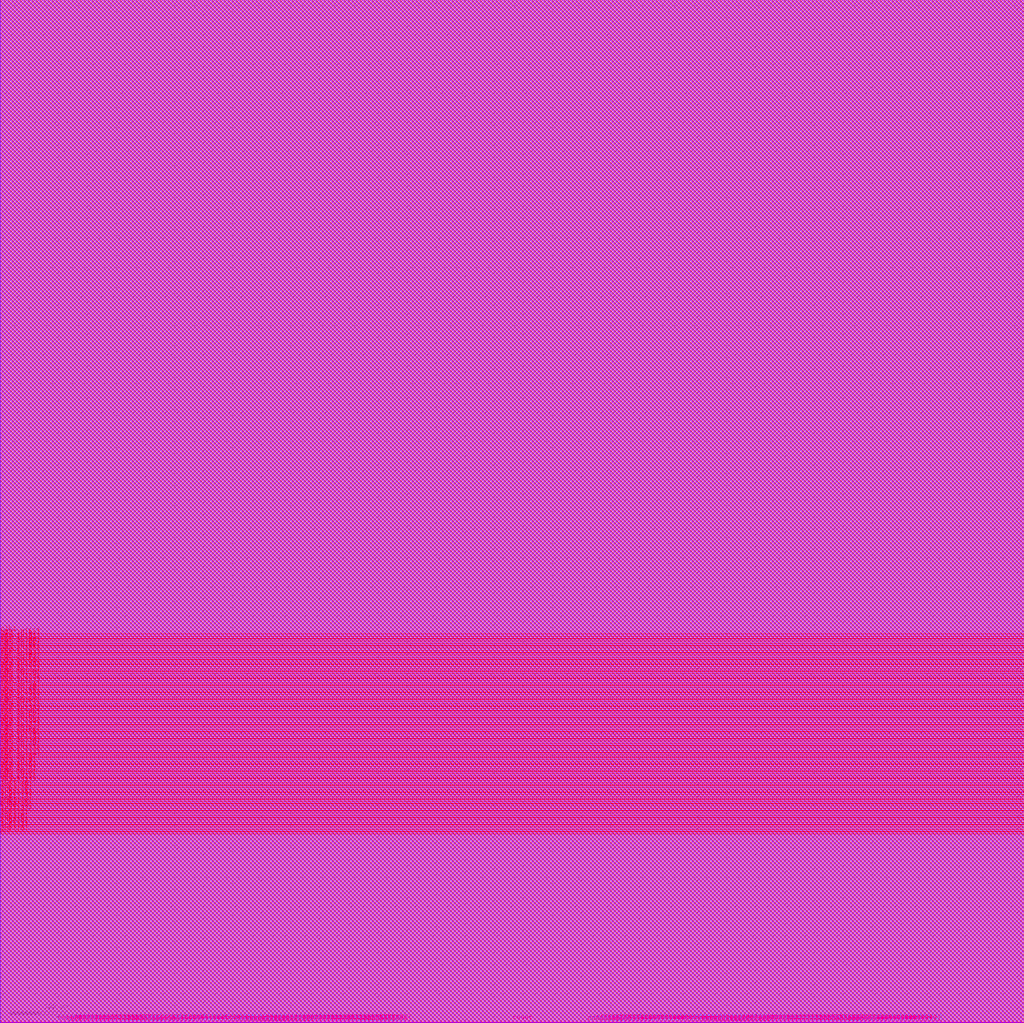
<source format=lef>
##
## LEF for PtnCells ;
## created by Innovus v15.23-s045_1 on Fri Mar 21 21:12:07 2025
##

VERSION 5.8 ;

BUSBITCHARS "[]" ;
DIVIDERCHAR "/" ;

MACRO fullchip
  CLASS BLOCK ;
  SIZE 1761.4000 BY 1760.6000 ;
  FOREIGN fullchip 0.0000 0.0000 ;
  ORIGIN 0 0 ;
  SYMMETRY X Y R90 ;
  PIN clk1
    DIRECTION INPUT ;
    USE SIGNAL ;
    PORT
      LAYER M5 ;
        RECT 0.0000 668.9500 0.5200 669.0500 ;
    END
  END clk1
  PIN clk2
    DIRECTION INPUT ;
    USE SIGNAL ;
    PORT
      LAYER M5 ;
        RECT 1760.8800 668.9500 1761.4000 669.0500 ;
    END
  END clk2
  PIN mem_in[127]
    DIRECTION INPUT ;
    USE SIGNAL ;
    PORT
      LAYER M5 ;
        RECT 1760.8800 664.9500 1761.4000 665.0500 ;
    END
  END mem_in[127]
  PIN mem_in[126]
    DIRECTION INPUT ;
    USE SIGNAL ;
    PORT
      LAYER M5 ;
        RECT 1760.8800 660.9500 1761.4000 661.0500 ;
    END
  END mem_in[126]
  PIN mem_in[125]
    DIRECTION INPUT ;
    USE SIGNAL ;
    PORT
      LAYER M5 ;
        RECT 1760.8800 656.9500 1761.4000 657.0500 ;
    END
  END mem_in[125]
  PIN mem_in[124]
    DIRECTION INPUT ;
    USE SIGNAL ;
    PORT
      LAYER M5 ;
        RECT 1760.8800 652.9500 1761.4000 653.0500 ;
    END
  END mem_in[124]
  PIN mem_in[123]
    DIRECTION INPUT ;
    USE SIGNAL ;
    PORT
      LAYER M5 ;
        RECT 1760.8800 648.9500 1761.4000 649.0500 ;
    END
  END mem_in[123]
  PIN mem_in[122]
    DIRECTION INPUT ;
    USE SIGNAL ;
    PORT
      LAYER M5 ;
        RECT 1760.8800 644.9500 1761.4000 645.0500 ;
    END
  END mem_in[122]
  PIN mem_in[121]
    DIRECTION INPUT ;
    USE SIGNAL ;
    PORT
      LAYER M5 ;
        RECT 1760.8800 640.9500 1761.4000 641.0500 ;
    END
  END mem_in[121]
  PIN mem_in[120]
    DIRECTION INPUT ;
    USE SIGNAL ;
    PORT
      LAYER M5 ;
        RECT 1760.8800 636.9500 1761.4000 637.0500 ;
    END
  END mem_in[120]
  PIN mem_in[119]
    DIRECTION INPUT ;
    USE SIGNAL ;
    PORT
      LAYER M5 ;
        RECT 1760.8800 632.9500 1761.4000 633.0500 ;
    END
  END mem_in[119]
  PIN mem_in[118]
    DIRECTION INPUT ;
    USE SIGNAL ;
    PORT
      LAYER M5 ;
        RECT 1760.8800 628.9500 1761.4000 629.0500 ;
    END
  END mem_in[118]
  PIN mem_in[117]
    DIRECTION INPUT ;
    USE SIGNAL ;
    PORT
      LAYER M5 ;
        RECT 1760.8800 624.9500 1761.4000 625.0500 ;
    END
  END mem_in[117]
  PIN mem_in[116]
    DIRECTION INPUT ;
    USE SIGNAL ;
    PORT
      LAYER M5 ;
        RECT 1760.8800 620.9500 1761.4000 621.0500 ;
    END
  END mem_in[116]
  PIN mem_in[115]
    DIRECTION INPUT ;
    USE SIGNAL ;
    PORT
      LAYER M5 ;
        RECT 1760.8800 616.9500 1761.4000 617.0500 ;
    END
  END mem_in[115]
  PIN mem_in[114]
    DIRECTION INPUT ;
    USE SIGNAL ;
    PORT
      LAYER M5 ;
        RECT 1760.8800 612.9500 1761.4000 613.0500 ;
    END
  END mem_in[114]
  PIN mem_in[113]
    DIRECTION INPUT ;
    USE SIGNAL ;
    PORT
      LAYER M5 ;
        RECT 1760.8800 608.9500 1761.4000 609.0500 ;
    END
  END mem_in[113]
  PIN mem_in[112]
    DIRECTION INPUT ;
    USE SIGNAL ;
    PORT
      LAYER M5 ;
        RECT 1760.8800 604.9500 1761.4000 605.0500 ;
    END
  END mem_in[112]
  PIN mem_in[111]
    DIRECTION INPUT ;
    USE SIGNAL ;
    PORT
      LAYER M5 ;
        RECT 1760.8800 600.9500 1761.4000 601.0500 ;
    END
  END mem_in[111]
  PIN mem_in[110]
    DIRECTION INPUT ;
    USE SIGNAL ;
    PORT
      LAYER M5 ;
        RECT 1760.8800 596.9500 1761.4000 597.0500 ;
    END
  END mem_in[110]
  PIN mem_in[109]
    DIRECTION INPUT ;
    USE SIGNAL ;
    PORT
      LAYER M5 ;
        RECT 1760.8800 592.9500 1761.4000 593.0500 ;
    END
  END mem_in[109]
  PIN mem_in[108]
    DIRECTION INPUT ;
    USE SIGNAL ;
    PORT
      LAYER M5 ;
        RECT 1760.8800 588.9500 1761.4000 589.0500 ;
    END
  END mem_in[108]
  PIN mem_in[107]
    DIRECTION INPUT ;
    USE SIGNAL ;
    PORT
      LAYER M5 ;
        RECT 1760.8800 584.9500 1761.4000 585.0500 ;
    END
  END mem_in[107]
  PIN mem_in[106]
    DIRECTION INPUT ;
    USE SIGNAL ;
    PORT
      LAYER M5 ;
        RECT 1760.8800 580.9500 1761.4000 581.0500 ;
    END
  END mem_in[106]
  PIN mem_in[105]
    DIRECTION INPUT ;
    USE SIGNAL ;
    PORT
      LAYER M5 ;
        RECT 1760.8800 576.9500 1761.4000 577.0500 ;
    END
  END mem_in[105]
  PIN mem_in[104]
    DIRECTION INPUT ;
    USE SIGNAL ;
    PORT
      LAYER M5 ;
        RECT 1760.8800 572.9500 1761.4000 573.0500 ;
    END
  END mem_in[104]
  PIN mem_in[103]
    DIRECTION INPUT ;
    USE SIGNAL ;
    PORT
      LAYER M5 ;
        RECT 1760.8800 568.9500 1761.4000 569.0500 ;
    END
  END mem_in[103]
  PIN mem_in[102]
    DIRECTION INPUT ;
    USE SIGNAL ;
    PORT
      LAYER M5 ;
        RECT 1760.8800 564.9500 1761.4000 565.0500 ;
    END
  END mem_in[102]
  PIN mem_in[101]
    DIRECTION INPUT ;
    USE SIGNAL ;
    PORT
      LAYER M5 ;
        RECT 1760.8800 560.9500 1761.4000 561.0500 ;
    END
  END mem_in[101]
  PIN mem_in[100]
    DIRECTION INPUT ;
    USE SIGNAL ;
    PORT
      LAYER M5 ;
        RECT 1760.8800 556.9500 1761.4000 557.0500 ;
    END
  END mem_in[100]
  PIN mem_in[99]
    DIRECTION INPUT ;
    USE SIGNAL ;
    PORT
      LAYER M5 ;
        RECT 1760.8800 552.9500 1761.4000 553.0500 ;
    END
  END mem_in[99]
  PIN mem_in[98]
    DIRECTION INPUT ;
    USE SIGNAL ;
    PORT
      LAYER M5 ;
        RECT 1760.8800 548.9500 1761.4000 549.0500 ;
    END
  END mem_in[98]
  PIN mem_in[97]
    DIRECTION INPUT ;
    USE SIGNAL ;
    PORT
      LAYER M5 ;
        RECT 1760.8800 544.9500 1761.4000 545.0500 ;
    END
  END mem_in[97]
  PIN mem_in[96]
    DIRECTION INPUT ;
    USE SIGNAL ;
    PORT
      LAYER M5 ;
        RECT 1760.8800 540.9500 1761.4000 541.0500 ;
    END
  END mem_in[96]
  PIN mem_in[95]
    DIRECTION INPUT ;
    USE SIGNAL ;
    PORT
      LAYER M5 ;
        RECT 1760.8800 536.9500 1761.4000 537.0500 ;
    END
  END mem_in[95]
  PIN mem_in[94]
    DIRECTION INPUT ;
    USE SIGNAL ;
    PORT
      LAYER M5 ;
        RECT 1760.8800 532.9500 1761.4000 533.0500 ;
    END
  END mem_in[94]
  PIN mem_in[93]
    DIRECTION INPUT ;
    USE SIGNAL ;
    PORT
      LAYER M5 ;
        RECT 1760.8800 528.9500 1761.4000 529.0500 ;
    END
  END mem_in[93]
  PIN mem_in[92]
    DIRECTION INPUT ;
    USE SIGNAL ;
    PORT
      LAYER M5 ;
        RECT 1760.8800 524.9500 1761.4000 525.0500 ;
    END
  END mem_in[92]
  PIN mem_in[91]
    DIRECTION INPUT ;
    USE SIGNAL ;
    PORT
      LAYER M5 ;
        RECT 1760.8800 520.9500 1761.4000 521.0500 ;
    END
  END mem_in[91]
  PIN mem_in[90]
    DIRECTION INPUT ;
    USE SIGNAL ;
    PORT
      LAYER M5 ;
        RECT 1760.8800 516.9500 1761.4000 517.0500 ;
    END
  END mem_in[90]
  PIN mem_in[89]
    DIRECTION INPUT ;
    USE SIGNAL ;
    PORT
      LAYER M5 ;
        RECT 1760.8800 512.9500 1761.4000 513.0500 ;
    END
  END mem_in[89]
  PIN mem_in[88]
    DIRECTION INPUT ;
    USE SIGNAL ;
    PORT
      LAYER M5 ;
        RECT 1760.8800 508.9500 1761.4000 509.0500 ;
    END
  END mem_in[88]
  PIN mem_in[87]
    DIRECTION INPUT ;
    USE SIGNAL ;
    PORT
      LAYER M5 ;
        RECT 1760.8800 504.9500 1761.4000 505.0500 ;
    END
  END mem_in[87]
  PIN mem_in[86]
    DIRECTION INPUT ;
    USE SIGNAL ;
    PORT
      LAYER M5 ;
        RECT 1760.8800 500.9500 1761.4000 501.0500 ;
    END
  END mem_in[86]
  PIN mem_in[85]
    DIRECTION INPUT ;
    USE SIGNAL ;
    PORT
      LAYER M5 ;
        RECT 1760.8800 496.9500 1761.4000 497.0500 ;
    END
  END mem_in[85]
  PIN mem_in[84]
    DIRECTION INPUT ;
    USE SIGNAL ;
    PORT
      LAYER M5 ;
        RECT 1760.8800 492.9500 1761.4000 493.0500 ;
    END
  END mem_in[84]
  PIN mem_in[83]
    DIRECTION INPUT ;
    USE SIGNAL ;
    PORT
      LAYER M5 ;
        RECT 1760.8800 488.9500 1761.4000 489.0500 ;
    END
  END mem_in[83]
  PIN mem_in[82]
    DIRECTION INPUT ;
    USE SIGNAL ;
    PORT
      LAYER M5 ;
        RECT 1760.8800 484.9500 1761.4000 485.0500 ;
    END
  END mem_in[82]
  PIN mem_in[81]
    DIRECTION INPUT ;
    USE SIGNAL ;
    PORT
      LAYER M5 ;
        RECT 1760.8800 480.9500 1761.4000 481.0500 ;
    END
  END mem_in[81]
  PIN mem_in[80]
    DIRECTION INPUT ;
    USE SIGNAL ;
    PORT
      LAYER M5 ;
        RECT 1760.8800 476.9500 1761.4000 477.0500 ;
    END
  END mem_in[80]
  PIN mem_in[79]
    DIRECTION INPUT ;
    USE SIGNAL ;
    PORT
      LAYER M5 ;
        RECT 1760.8800 472.9500 1761.4000 473.0500 ;
    END
  END mem_in[79]
  PIN mem_in[78]
    DIRECTION INPUT ;
    USE SIGNAL ;
    PORT
      LAYER M5 ;
        RECT 1760.8800 468.9500 1761.4000 469.0500 ;
    END
  END mem_in[78]
  PIN mem_in[77]
    DIRECTION INPUT ;
    USE SIGNAL ;
    PORT
      LAYER M5 ;
        RECT 1760.8800 464.9500 1761.4000 465.0500 ;
    END
  END mem_in[77]
  PIN mem_in[76]
    DIRECTION INPUT ;
    USE SIGNAL ;
    PORT
      LAYER M5 ;
        RECT 1760.8800 460.9500 1761.4000 461.0500 ;
    END
  END mem_in[76]
  PIN mem_in[75]
    DIRECTION INPUT ;
    USE SIGNAL ;
    PORT
      LAYER M5 ;
        RECT 1760.8800 456.9500 1761.4000 457.0500 ;
    END
  END mem_in[75]
  PIN mem_in[74]
    DIRECTION INPUT ;
    USE SIGNAL ;
    PORT
      LAYER M5 ;
        RECT 1760.8800 452.9500 1761.4000 453.0500 ;
    END
  END mem_in[74]
  PIN mem_in[73]
    DIRECTION INPUT ;
    USE SIGNAL ;
    PORT
      LAYER M5 ;
        RECT 1760.8800 448.9500 1761.4000 449.0500 ;
    END
  END mem_in[73]
  PIN mem_in[72]
    DIRECTION INPUT ;
    USE SIGNAL ;
    PORT
      LAYER M5 ;
        RECT 1760.8800 444.9500 1761.4000 445.0500 ;
    END
  END mem_in[72]
  PIN mem_in[71]
    DIRECTION INPUT ;
    USE SIGNAL ;
    PORT
      LAYER M5 ;
        RECT 1760.8800 440.9500 1761.4000 441.0500 ;
    END
  END mem_in[71]
  PIN mem_in[70]
    DIRECTION INPUT ;
    USE SIGNAL ;
    PORT
      LAYER M5 ;
        RECT 1760.8800 436.9500 1761.4000 437.0500 ;
    END
  END mem_in[70]
  PIN mem_in[69]
    DIRECTION INPUT ;
    USE SIGNAL ;
    PORT
      LAYER M5 ;
        RECT 1760.8800 432.9500 1761.4000 433.0500 ;
    END
  END mem_in[69]
  PIN mem_in[68]
    DIRECTION INPUT ;
    USE SIGNAL ;
    PORT
      LAYER M5 ;
        RECT 1760.8800 428.9500 1761.4000 429.0500 ;
    END
  END mem_in[68]
  PIN mem_in[67]
    DIRECTION INPUT ;
    USE SIGNAL ;
    PORT
      LAYER M5 ;
        RECT 1760.8800 424.9500 1761.4000 425.0500 ;
    END
  END mem_in[67]
  PIN mem_in[66]
    DIRECTION INPUT ;
    USE SIGNAL ;
    PORT
      LAYER M5 ;
        RECT 1760.8800 420.9500 1761.4000 421.0500 ;
    END
  END mem_in[66]
  PIN mem_in[65]
    DIRECTION INPUT ;
    USE SIGNAL ;
    PORT
      LAYER M5 ;
        RECT 1760.8800 416.9500 1761.4000 417.0500 ;
    END
  END mem_in[65]
  PIN mem_in[64]
    DIRECTION INPUT ;
    USE SIGNAL ;
    PORT
      LAYER M5 ;
        RECT 1760.8800 412.9500 1761.4000 413.0500 ;
    END
  END mem_in[64]
  PIN mem_in[63]
    DIRECTION INPUT ;
    USE SIGNAL ;
    PORT
      LAYER M5 ;
        RECT 0.0000 664.9500 0.5200 665.0500 ;
    END
  END mem_in[63]
  PIN mem_in[62]
    DIRECTION INPUT ;
    USE SIGNAL ;
    PORT
      LAYER M5 ;
        RECT 0.0000 660.9500 0.5200 661.0500 ;
    END
  END mem_in[62]
  PIN mem_in[61]
    DIRECTION INPUT ;
    USE SIGNAL ;
    PORT
      LAYER M5 ;
        RECT 0.0000 656.9500 0.5200 657.0500 ;
    END
  END mem_in[61]
  PIN mem_in[60]
    DIRECTION INPUT ;
    USE SIGNAL ;
    PORT
      LAYER M5 ;
        RECT 0.0000 652.9500 0.5200 653.0500 ;
    END
  END mem_in[60]
  PIN mem_in[59]
    DIRECTION INPUT ;
    USE SIGNAL ;
    PORT
      LAYER M5 ;
        RECT 0.0000 648.9500 0.5200 649.0500 ;
    END
  END mem_in[59]
  PIN mem_in[58]
    DIRECTION INPUT ;
    USE SIGNAL ;
    PORT
      LAYER M5 ;
        RECT 0.0000 644.9500 0.5200 645.0500 ;
    END
  END mem_in[58]
  PIN mem_in[57]
    DIRECTION INPUT ;
    USE SIGNAL ;
    PORT
      LAYER M5 ;
        RECT 0.0000 640.9500 0.5200 641.0500 ;
    END
  END mem_in[57]
  PIN mem_in[56]
    DIRECTION INPUT ;
    USE SIGNAL ;
    PORT
      LAYER M5 ;
        RECT 0.0000 636.9500 0.5200 637.0500 ;
    END
  END mem_in[56]
  PIN mem_in[55]
    DIRECTION INPUT ;
    USE SIGNAL ;
    PORT
      LAYER M5 ;
        RECT 0.0000 632.9500 0.5200 633.0500 ;
    END
  END mem_in[55]
  PIN mem_in[54]
    DIRECTION INPUT ;
    USE SIGNAL ;
    PORT
      LAYER M5 ;
        RECT 0.0000 628.9500 0.5200 629.0500 ;
    END
  END mem_in[54]
  PIN mem_in[53]
    DIRECTION INPUT ;
    USE SIGNAL ;
    PORT
      LAYER M5 ;
        RECT 0.0000 624.9500 0.5200 625.0500 ;
    END
  END mem_in[53]
  PIN mem_in[52]
    DIRECTION INPUT ;
    USE SIGNAL ;
    PORT
      LAYER M5 ;
        RECT 0.0000 620.9500 0.5200 621.0500 ;
    END
  END mem_in[52]
  PIN mem_in[51]
    DIRECTION INPUT ;
    USE SIGNAL ;
    PORT
      LAYER M5 ;
        RECT 0.0000 616.9500 0.5200 617.0500 ;
    END
  END mem_in[51]
  PIN mem_in[50]
    DIRECTION INPUT ;
    USE SIGNAL ;
    PORT
      LAYER M5 ;
        RECT 0.0000 612.9500 0.5200 613.0500 ;
    END
  END mem_in[50]
  PIN mem_in[49]
    DIRECTION INPUT ;
    USE SIGNAL ;
    PORT
      LAYER M5 ;
        RECT 0.0000 608.9500 0.5200 609.0500 ;
    END
  END mem_in[49]
  PIN mem_in[48]
    DIRECTION INPUT ;
    USE SIGNAL ;
    PORT
      LAYER M5 ;
        RECT 0.0000 604.9500 0.5200 605.0500 ;
    END
  END mem_in[48]
  PIN mem_in[47]
    DIRECTION INPUT ;
    USE SIGNAL ;
    PORT
      LAYER M5 ;
        RECT 0.0000 600.9500 0.5200 601.0500 ;
    END
  END mem_in[47]
  PIN mem_in[46]
    DIRECTION INPUT ;
    USE SIGNAL ;
    PORT
      LAYER M5 ;
        RECT 0.0000 596.9500 0.5200 597.0500 ;
    END
  END mem_in[46]
  PIN mem_in[45]
    DIRECTION INPUT ;
    USE SIGNAL ;
    PORT
      LAYER M5 ;
        RECT 0.0000 592.9500 0.5200 593.0500 ;
    END
  END mem_in[45]
  PIN mem_in[44]
    DIRECTION INPUT ;
    USE SIGNAL ;
    PORT
      LAYER M5 ;
        RECT 0.0000 588.9500 0.5200 589.0500 ;
    END
  END mem_in[44]
  PIN mem_in[43]
    DIRECTION INPUT ;
    USE SIGNAL ;
    PORT
      LAYER M5 ;
        RECT 0.0000 584.9500 0.5200 585.0500 ;
    END
  END mem_in[43]
  PIN mem_in[42]
    DIRECTION INPUT ;
    USE SIGNAL ;
    PORT
      LAYER M5 ;
        RECT 0.0000 580.9500 0.5200 581.0500 ;
    END
  END mem_in[42]
  PIN mem_in[41]
    DIRECTION INPUT ;
    USE SIGNAL ;
    PORT
      LAYER M5 ;
        RECT 0.0000 576.9500 0.5200 577.0500 ;
    END
  END mem_in[41]
  PIN mem_in[40]
    DIRECTION INPUT ;
    USE SIGNAL ;
    PORT
      LAYER M5 ;
        RECT 0.0000 572.9500 0.5200 573.0500 ;
    END
  END mem_in[40]
  PIN mem_in[39]
    DIRECTION INPUT ;
    USE SIGNAL ;
    PORT
      LAYER M5 ;
        RECT 0.0000 568.9500 0.5200 569.0500 ;
    END
  END mem_in[39]
  PIN mem_in[38]
    DIRECTION INPUT ;
    USE SIGNAL ;
    PORT
      LAYER M5 ;
        RECT 0.0000 564.9500 0.5200 565.0500 ;
    END
  END mem_in[38]
  PIN mem_in[37]
    DIRECTION INPUT ;
    USE SIGNAL ;
    PORT
      LAYER M5 ;
        RECT 0.0000 560.9500 0.5200 561.0500 ;
    END
  END mem_in[37]
  PIN mem_in[36]
    DIRECTION INPUT ;
    USE SIGNAL ;
    PORT
      LAYER M5 ;
        RECT 0.0000 556.9500 0.5200 557.0500 ;
    END
  END mem_in[36]
  PIN mem_in[35]
    DIRECTION INPUT ;
    USE SIGNAL ;
    PORT
      LAYER M5 ;
        RECT 0.0000 552.9500 0.5200 553.0500 ;
    END
  END mem_in[35]
  PIN mem_in[34]
    DIRECTION INPUT ;
    USE SIGNAL ;
    PORT
      LAYER M5 ;
        RECT 0.0000 548.9500 0.5200 549.0500 ;
    END
  END mem_in[34]
  PIN mem_in[33]
    DIRECTION INPUT ;
    USE SIGNAL ;
    PORT
      LAYER M5 ;
        RECT 0.0000 544.9500 0.5200 545.0500 ;
    END
  END mem_in[33]
  PIN mem_in[32]
    DIRECTION INPUT ;
    USE SIGNAL ;
    PORT
      LAYER M5 ;
        RECT 0.0000 540.9500 0.5200 541.0500 ;
    END
  END mem_in[32]
  PIN mem_in[31]
    DIRECTION INPUT ;
    USE SIGNAL ;
    PORT
      LAYER M5 ;
        RECT 0.0000 536.9500 0.5200 537.0500 ;
    END
  END mem_in[31]
  PIN mem_in[30]
    DIRECTION INPUT ;
    USE SIGNAL ;
    PORT
      LAYER M5 ;
        RECT 0.0000 532.9500 0.5200 533.0500 ;
    END
  END mem_in[30]
  PIN mem_in[29]
    DIRECTION INPUT ;
    USE SIGNAL ;
    PORT
      LAYER M5 ;
        RECT 0.0000 528.9500 0.5200 529.0500 ;
    END
  END mem_in[29]
  PIN mem_in[28]
    DIRECTION INPUT ;
    USE SIGNAL ;
    PORT
      LAYER M5 ;
        RECT 0.0000 524.9500 0.5200 525.0500 ;
    END
  END mem_in[28]
  PIN mem_in[27]
    DIRECTION INPUT ;
    USE SIGNAL ;
    PORT
      LAYER M5 ;
        RECT 0.0000 520.9500 0.5200 521.0500 ;
    END
  END mem_in[27]
  PIN mem_in[26]
    DIRECTION INPUT ;
    USE SIGNAL ;
    PORT
      LAYER M5 ;
        RECT 0.0000 516.9500 0.5200 517.0500 ;
    END
  END mem_in[26]
  PIN mem_in[25]
    DIRECTION INPUT ;
    USE SIGNAL ;
    PORT
      LAYER M5 ;
        RECT 0.0000 512.9500 0.5200 513.0500 ;
    END
  END mem_in[25]
  PIN mem_in[24]
    DIRECTION INPUT ;
    USE SIGNAL ;
    PORT
      LAYER M5 ;
        RECT 0.0000 508.9500 0.5200 509.0500 ;
    END
  END mem_in[24]
  PIN mem_in[23]
    DIRECTION INPUT ;
    USE SIGNAL ;
    PORT
      LAYER M5 ;
        RECT 0.0000 504.9500 0.5200 505.0500 ;
    END
  END mem_in[23]
  PIN mem_in[22]
    DIRECTION INPUT ;
    USE SIGNAL ;
    PORT
      LAYER M5 ;
        RECT 0.0000 500.9500 0.5200 501.0500 ;
    END
  END mem_in[22]
  PIN mem_in[21]
    DIRECTION INPUT ;
    USE SIGNAL ;
    PORT
      LAYER M5 ;
        RECT 0.0000 496.9500 0.5200 497.0500 ;
    END
  END mem_in[21]
  PIN mem_in[20]
    DIRECTION INPUT ;
    USE SIGNAL ;
    PORT
      LAYER M5 ;
        RECT 0.0000 492.9500 0.5200 493.0500 ;
    END
  END mem_in[20]
  PIN mem_in[19]
    DIRECTION INPUT ;
    USE SIGNAL ;
    PORT
      LAYER M5 ;
        RECT 0.0000 488.9500 0.5200 489.0500 ;
    END
  END mem_in[19]
  PIN mem_in[18]
    DIRECTION INPUT ;
    USE SIGNAL ;
    PORT
      LAYER M5 ;
        RECT 0.0000 484.9500 0.5200 485.0500 ;
    END
  END mem_in[18]
  PIN mem_in[17]
    DIRECTION INPUT ;
    USE SIGNAL ;
    PORT
      LAYER M5 ;
        RECT 0.0000 480.9500 0.5200 481.0500 ;
    END
  END mem_in[17]
  PIN mem_in[16]
    DIRECTION INPUT ;
    USE SIGNAL ;
    PORT
      LAYER M5 ;
        RECT 0.0000 476.9500 0.5200 477.0500 ;
    END
  END mem_in[16]
  PIN mem_in[15]
    DIRECTION INPUT ;
    USE SIGNAL ;
    PORT
      LAYER M5 ;
        RECT 0.0000 472.9500 0.5200 473.0500 ;
    END
  END mem_in[15]
  PIN mem_in[14]
    DIRECTION INPUT ;
    USE SIGNAL ;
    PORT
      LAYER M5 ;
        RECT 0.0000 468.9500 0.5200 469.0500 ;
    END
  END mem_in[14]
  PIN mem_in[13]
    DIRECTION INPUT ;
    USE SIGNAL ;
    PORT
      LAYER M5 ;
        RECT 0.0000 464.9500 0.5200 465.0500 ;
    END
  END mem_in[13]
  PIN mem_in[12]
    DIRECTION INPUT ;
    USE SIGNAL ;
    PORT
      LAYER M5 ;
        RECT 0.0000 460.9500 0.5200 461.0500 ;
    END
  END mem_in[12]
  PIN mem_in[11]
    DIRECTION INPUT ;
    USE SIGNAL ;
    PORT
      LAYER M5 ;
        RECT 0.0000 456.9500 0.5200 457.0500 ;
    END
  END mem_in[11]
  PIN mem_in[10]
    DIRECTION INPUT ;
    USE SIGNAL ;
    PORT
      LAYER M5 ;
        RECT 0.0000 452.9500 0.5200 453.0500 ;
    END
  END mem_in[10]
  PIN mem_in[9]
    DIRECTION INPUT ;
    USE SIGNAL ;
    PORT
      LAYER M5 ;
        RECT 0.0000 448.9500 0.5200 449.0500 ;
    END
  END mem_in[9]
  PIN mem_in[8]
    DIRECTION INPUT ;
    USE SIGNAL ;
    PORT
      LAYER M5 ;
        RECT 0.0000 444.9500 0.5200 445.0500 ;
    END
  END mem_in[8]
  PIN mem_in[7]
    DIRECTION INPUT ;
    USE SIGNAL ;
    PORT
      LAYER M5 ;
        RECT 0.0000 440.9500 0.5200 441.0500 ;
    END
  END mem_in[7]
  PIN mem_in[6]
    DIRECTION INPUT ;
    USE SIGNAL ;
    PORT
      LAYER M5 ;
        RECT 0.0000 436.9500 0.5200 437.0500 ;
    END
  END mem_in[6]
  PIN mem_in[5]
    DIRECTION INPUT ;
    USE SIGNAL ;
    PORT
      LAYER M5 ;
        RECT 0.0000 432.9500 0.5200 433.0500 ;
    END
  END mem_in[5]
  PIN mem_in[4]
    DIRECTION INPUT ;
    USE SIGNAL ;
    PORT
      LAYER M5 ;
        RECT 0.0000 428.9500 0.5200 429.0500 ;
    END
  END mem_in[4]
  PIN mem_in[3]
    DIRECTION INPUT ;
    USE SIGNAL ;
    PORT
      LAYER M5 ;
        RECT 0.0000 424.9500 0.5200 425.0500 ;
    END
  END mem_in[3]
  PIN mem_in[2]
    DIRECTION INPUT ;
    USE SIGNAL ;
    PORT
      LAYER M5 ;
        RECT 0.0000 420.9500 0.5200 421.0500 ;
    END
  END mem_in[2]
  PIN mem_in[1]
    DIRECTION INPUT ;
    USE SIGNAL ;
    PORT
      LAYER M5 ;
        RECT 0.0000 416.9500 0.5200 417.0500 ;
    END
  END mem_in[1]
  PIN mem_in[0]
    DIRECTION INPUT ;
    USE SIGNAL ;
    PORT
      LAYER M5 ;
        RECT 0.0000 412.9500 0.5200 413.0500 ;
    END
  END mem_in[0]
  PIN inst[43]
    DIRECTION INPUT ;
    USE SIGNAL ;
    PORT
      LAYER M5 ;
        RECT 1760.8800 408.9500 1761.4000 409.0500 ;
    END
  END inst[43]
  PIN inst[42]
    DIRECTION INPUT ;
    USE SIGNAL ;
    PORT
      LAYER M5 ;
        RECT 1760.8800 404.9500 1761.4000 405.0500 ;
    END
  END inst[42]
  PIN inst[41]
    DIRECTION INPUT ;
    USE SIGNAL ;
    PORT
      LAYER M5 ;
        RECT 1760.8800 400.9500 1761.4000 401.0500 ;
    END
  END inst[41]
  PIN inst[40]
    DIRECTION INPUT ;
    USE SIGNAL ;
    PORT
      LAYER M5 ;
        RECT 1760.8800 396.9500 1761.4000 397.0500 ;
    END
  END inst[40]
  PIN inst[39]
    DIRECTION INPUT ;
    USE SIGNAL ;
    PORT
      LAYER M5 ;
        RECT 1760.8800 392.9500 1761.4000 393.0500 ;
    END
  END inst[39]
  PIN inst[38]
    DIRECTION INPUT ;
    USE SIGNAL ;
    PORT
      LAYER M5 ;
        RECT 1760.8800 388.9500 1761.4000 389.0500 ;
    END
  END inst[38]
  PIN inst[37]
    DIRECTION INPUT ;
    USE SIGNAL ;
    PORT
      LAYER M5 ;
        RECT 1760.8800 384.9500 1761.4000 385.0500 ;
    END
  END inst[37]
  PIN inst[36]
    DIRECTION INPUT ;
    USE SIGNAL ;
    PORT
      LAYER M5 ;
        RECT 1760.8800 380.9500 1761.4000 381.0500 ;
    END
  END inst[36]
  PIN inst[35]
    DIRECTION INPUT ;
    USE SIGNAL ;
    PORT
      LAYER M5 ;
        RECT 1760.8800 376.9500 1761.4000 377.0500 ;
    END
  END inst[35]
  PIN inst[34]
    DIRECTION INPUT ;
    USE SIGNAL ;
    PORT
      LAYER M5 ;
        RECT 1760.8800 372.9500 1761.4000 373.0500 ;
    END
  END inst[34]
  PIN inst[33]
    DIRECTION INPUT ;
    USE SIGNAL ;
    PORT
      LAYER M5 ;
        RECT 1760.8800 368.9500 1761.4000 369.0500 ;
    END
  END inst[33]
  PIN inst[32]
    DIRECTION INPUT ;
    USE SIGNAL ;
    PORT
      LAYER M5 ;
        RECT 1760.8800 364.9500 1761.4000 365.0500 ;
    END
  END inst[32]
  PIN inst[31]
    DIRECTION INPUT ;
    USE SIGNAL ;
    PORT
      LAYER M5 ;
        RECT 1760.8800 360.9500 1761.4000 361.0500 ;
    END
  END inst[31]
  PIN inst[30]
    DIRECTION INPUT ;
    USE SIGNAL ;
    PORT
      LAYER M5 ;
        RECT 1760.8800 356.9500 1761.4000 357.0500 ;
    END
  END inst[30]
  PIN inst[29]
    DIRECTION INPUT ;
    USE SIGNAL ;
    PORT
      LAYER M5 ;
        RECT 1760.8800 352.9500 1761.4000 353.0500 ;
    END
  END inst[29]
  PIN inst[28]
    DIRECTION INPUT ;
    USE SIGNAL ;
    PORT
      LAYER M5 ;
        RECT 1760.8800 348.9500 1761.4000 349.0500 ;
    END
  END inst[28]
  PIN inst[27]
    DIRECTION INPUT ;
    USE SIGNAL ;
    PORT
      LAYER M5 ;
        RECT 1760.8800 344.9500 1761.4000 345.0500 ;
    END
  END inst[27]
  PIN inst[26]
    DIRECTION INPUT ;
    USE SIGNAL ;
    PORT
      LAYER M5 ;
        RECT 1760.8800 340.9500 1761.4000 341.0500 ;
    END
  END inst[26]
  PIN inst[25]
    DIRECTION INPUT ;
    USE SIGNAL ;
    PORT
      LAYER M5 ;
        RECT 1760.8800 336.9500 1761.4000 337.0500 ;
    END
  END inst[25]
  PIN inst[24]
    DIRECTION INPUT ;
    USE SIGNAL ;
    PORT
      LAYER M5 ;
        RECT 1760.8800 332.9500 1761.4000 333.0500 ;
    END
  END inst[24]
  PIN inst[23]
    DIRECTION INPUT ;
    USE SIGNAL ;
    PORT
      LAYER M5 ;
        RECT 1760.8800 328.9500 1761.4000 329.0500 ;
    END
  END inst[23]
  PIN inst[22]
    DIRECTION INPUT ;
    USE SIGNAL ;
    PORT
      LAYER M5 ;
        RECT 1760.8800 324.9500 1761.4000 325.0500 ;
    END
  END inst[22]
  PIN inst[21]
    DIRECTION INPUT ;
    USE SIGNAL ;
    PORT
      LAYER M5 ;
        RECT 0.0000 408.9500 0.5200 409.0500 ;
    END
  END inst[21]
  PIN inst[20]
    DIRECTION INPUT ;
    USE SIGNAL ;
    PORT
      LAYER M5 ;
        RECT 0.0000 404.9500 0.5200 405.0500 ;
    END
  END inst[20]
  PIN inst[19]
    DIRECTION INPUT ;
    USE SIGNAL ;
    PORT
      LAYER M5 ;
        RECT 0.0000 400.9500 0.5200 401.0500 ;
    END
  END inst[19]
  PIN inst[18]
    DIRECTION INPUT ;
    USE SIGNAL ;
    PORT
      LAYER M5 ;
        RECT 0.0000 396.9500 0.5200 397.0500 ;
    END
  END inst[18]
  PIN inst[17]
    DIRECTION INPUT ;
    USE SIGNAL ;
    PORT
      LAYER M5 ;
        RECT 0.0000 392.9500 0.5200 393.0500 ;
    END
  END inst[17]
  PIN inst[16]
    DIRECTION INPUT ;
    USE SIGNAL ;
    PORT
      LAYER M5 ;
        RECT 0.0000 388.9500 0.5200 389.0500 ;
    END
  END inst[16]
  PIN inst[15]
    DIRECTION INPUT ;
    USE SIGNAL ;
    PORT
      LAYER M5 ;
        RECT 0.0000 384.9500 0.5200 385.0500 ;
    END
  END inst[15]
  PIN inst[14]
    DIRECTION INPUT ;
    USE SIGNAL ;
    PORT
      LAYER M5 ;
        RECT 0.0000 380.9500 0.5200 381.0500 ;
    END
  END inst[14]
  PIN inst[13]
    DIRECTION INPUT ;
    USE SIGNAL ;
    PORT
      LAYER M5 ;
        RECT 0.0000 376.9500 0.5200 377.0500 ;
    END
  END inst[13]
  PIN inst[12]
    DIRECTION INPUT ;
    USE SIGNAL ;
    PORT
      LAYER M5 ;
        RECT 0.0000 372.9500 0.5200 373.0500 ;
    END
  END inst[12]
  PIN inst[11]
    DIRECTION INPUT ;
    USE SIGNAL ;
    PORT
      LAYER M5 ;
        RECT 0.0000 368.9500 0.5200 369.0500 ;
    END
  END inst[11]
  PIN inst[10]
    DIRECTION INPUT ;
    USE SIGNAL ;
    PORT
      LAYER M5 ;
        RECT 0.0000 364.9500 0.5200 365.0500 ;
    END
  END inst[10]
  PIN inst[9]
    DIRECTION INPUT ;
    USE SIGNAL ;
    PORT
      LAYER M5 ;
        RECT 0.0000 360.9500 0.5200 361.0500 ;
    END
  END inst[9]
  PIN inst[8]
    DIRECTION INPUT ;
    USE SIGNAL ;
    PORT
      LAYER M5 ;
        RECT 0.0000 356.9500 0.5200 357.0500 ;
    END
  END inst[8]
  PIN inst[7]
    DIRECTION INPUT ;
    USE SIGNAL ;
    PORT
      LAYER M5 ;
        RECT 0.0000 352.9500 0.5200 353.0500 ;
    END
  END inst[7]
  PIN inst[6]
    DIRECTION INPUT ;
    USE SIGNAL ;
    PORT
      LAYER M5 ;
        RECT 0.0000 348.9500 0.5200 349.0500 ;
    END
  END inst[6]
  PIN inst[5]
    DIRECTION INPUT ;
    USE SIGNAL ;
    PORT
      LAYER M5 ;
        RECT 0.0000 344.9500 0.5200 345.0500 ;
    END
  END inst[5]
  PIN inst[4]
    DIRECTION INPUT ;
    USE SIGNAL ;
    PORT
      LAYER M5 ;
        RECT 0.0000 340.9500 0.5200 341.0500 ;
    END
  END inst[4]
  PIN inst[3]
    DIRECTION INPUT ;
    USE SIGNAL ;
    PORT
      LAYER M5 ;
        RECT 0.0000 336.9500 0.5200 337.0500 ;
    END
  END inst[3]
  PIN inst[2]
    DIRECTION INPUT ;
    USE SIGNAL ;
    PORT
      LAYER M5 ;
        RECT 0.0000 332.9500 0.5200 333.0500 ;
    END
  END inst[2]
  PIN inst[1]
    DIRECTION INPUT ;
    USE SIGNAL ;
    PORT
      LAYER M5 ;
        RECT 0.0000 328.9500 0.5200 329.0500 ;
    END
  END inst[1]
  PIN inst[0]
    DIRECTION INPUT ;
    USE SIGNAL ;
    PORT
      LAYER M5 ;
        RECT 0.0000 324.9500 0.5200 325.0500 ;
    END
  END inst[0]
  PIN reset
    DIRECTION INPUT ;
    USE SIGNAL ;
    PORT
      LAYER M6 ;
        RECT 880.8500 0.0000 880.9500 0.5200 ;
    END
  END reset
  PIN out[319]
    DIRECTION OUTPUT ;
    USE SIGNAL ;
    PORT
      LAYER M6 ;
        RECT 1009.4500 0.0000 1009.5500 0.5200 ;
    END
  END out[319]
  PIN out[318]
    DIRECTION OUTPUT ;
    USE SIGNAL ;
    PORT
      LAYER M6 ;
        RECT 1016.4500 0.0000 1016.5500 0.5200 ;
    END
  END out[318]
  PIN out[317]
    DIRECTION OUTPUT ;
    USE SIGNAL ;
    PORT
      LAYER M6 ;
        RECT 1023.4500 0.0000 1023.5500 0.5200 ;
    END
  END out[317]
  PIN out[316]
    DIRECTION OUTPUT ;
    USE SIGNAL ;
    PORT
      LAYER M6 ;
        RECT 1030.4500 0.0000 1030.5500 0.5200 ;
    END
  END out[316]
  PIN out[315]
    DIRECTION OUTPUT ;
    USE SIGNAL ;
    PORT
      LAYER M6 ;
        RECT 1037.4500 0.0000 1037.5500 0.5200 ;
    END
  END out[315]
  PIN out[314]
    DIRECTION OUTPUT ;
    USE SIGNAL ;
    PORT
      LAYER M6 ;
        RECT 1044.4500 0.0000 1044.5500 0.5200 ;
    END
  END out[314]
  PIN out[313]
    DIRECTION OUTPUT ;
    USE SIGNAL ;
    PORT
      LAYER M6 ;
        RECT 1051.4500 0.0000 1051.5500 0.5200 ;
    END
  END out[313]
  PIN out[312]
    DIRECTION OUTPUT ;
    USE SIGNAL ;
    PORT
      LAYER M6 ;
        RECT 1058.4500 0.0000 1058.5500 0.5200 ;
    END
  END out[312]
  PIN out[311]
    DIRECTION OUTPUT ;
    USE SIGNAL ;
    PORT
      LAYER M6 ;
        RECT 1065.4500 0.0000 1065.5500 0.5200 ;
    END
  END out[311]
  PIN out[310]
    DIRECTION OUTPUT ;
    USE SIGNAL ;
    PORT
      LAYER M6 ;
        RECT 1072.4500 0.0000 1072.5500 0.5200 ;
    END
  END out[310]
  PIN out[309]
    DIRECTION OUTPUT ;
    USE SIGNAL ;
    PORT
      LAYER M6 ;
        RECT 1079.4500 0.0000 1079.5500 0.5200 ;
    END
  END out[309]
  PIN out[308]
    DIRECTION OUTPUT ;
    USE SIGNAL ;
    PORT
      LAYER M6 ;
        RECT 1086.4500 0.0000 1086.5500 0.5200 ;
    END
  END out[308]
  PIN out[307]
    DIRECTION OUTPUT ;
    USE SIGNAL ;
    PORT
      LAYER M6 ;
        RECT 1093.4500 0.0000 1093.5500 0.5200 ;
    END
  END out[307]
  PIN out[306]
    DIRECTION OUTPUT ;
    USE SIGNAL ;
    PORT
      LAYER M6 ;
        RECT 1100.4500 0.0000 1100.5500 0.5200 ;
    END
  END out[306]
  PIN out[305]
    DIRECTION OUTPUT ;
    USE SIGNAL ;
    PORT
      LAYER M6 ;
        RECT 1107.4500 0.0000 1107.5500 0.5200 ;
    END
  END out[305]
  PIN out[304]
    DIRECTION OUTPUT ;
    USE SIGNAL ;
    PORT
      LAYER M6 ;
        RECT 1114.4500 0.0000 1114.5500 0.5200 ;
    END
  END out[304]
  PIN out[303]
    DIRECTION OUTPUT ;
    USE SIGNAL ;
    PORT
      LAYER M6 ;
        RECT 1121.4500 0.0000 1121.5500 0.5200 ;
    END
  END out[303]
  PIN out[302]
    DIRECTION OUTPUT ;
    USE SIGNAL ;
    PORT
      LAYER M6 ;
        RECT 1128.4500 0.0000 1128.5500 0.5200 ;
    END
  END out[302]
  PIN out[301]
    DIRECTION OUTPUT ;
    USE SIGNAL ;
    PORT
      LAYER M6 ;
        RECT 1135.4500 0.0000 1135.5500 0.5200 ;
    END
  END out[301]
  PIN out[300]
    DIRECTION OUTPUT ;
    USE SIGNAL ;
    PORT
      LAYER M6 ;
        RECT 1142.4500 0.0000 1142.5500 0.5200 ;
    END
  END out[300]
  PIN out[299]
    DIRECTION OUTPUT ;
    USE SIGNAL ;
    PORT
      LAYER M6 ;
        RECT 1149.4500 0.0000 1149.5500 0.5200 ;
    END
  END out[299]
  PIN out[298]
    DIRECTION OUTPUT ;
    USE SIGNAL ;
    PORT
      LAYER M6 ;
        RECT 1156.4500 0.0000 1156.5500 0.5200 ;
    END
  END out[298]
  PIN out[297]
    DIRECTION OUTPUT ;
    USE SIGNAL ;
    PORT
      LAYER M6 ;
        RECT 1163.4500 0.0000 1163.5500 0.5200 ;
    END
  END out[297]
  PIN out[296]
    DIRECTION OUTPUT ;
    USE SIGNAL ;
    PORT
      LAYER M6 ;
        RECT 1170.4500 0.0000 1170.5500 0.5200 ;
    END
  END out[296]
  PIN out[295]
    DIRECTION OUTPUT ;
    USE SIGNAL ;
    PORT
      LAYER M6 ;
        RECT 1177.4500 0.0000 1177.5500 0.5200 ;
    END
  END out[295]
  PIN out[294]
    DIRECTION OUTPUT ;
    USE SIGNAL ;
    PORT
      LAYER M6 ;
        RECT 1184.4500 0.0000 1184.5500 0.5200 ;
    END
  END out[294]
  PIN out[293]
    DIRECTION OUTPUT ;
    USE SIGNAL ;
    PORT
      LAYER M6 ;
        RECT 1191.4500 0.0000 1191.5500 0.5200 ;
    END
  END out[293]
  PIN out[292]
    DIRECTION OUTPUT ;
    USE SIGNAL ;
    PORT
      LAYER M6 ;
        RECT 1198.4500 0.0000 1198.5500 0.5200 ;
    END
  END out[292]
  PIN out[291]
    DIRECTION OUTPUT ;
    USE SIGNAL ;
    PORT
      LAYER M6 ;
        RECT 1205.4500 0.0000 1205.5500 0.5200 ;
    END
  END out[291]
  PIN out[290]
    DIRECTION OUTPUT ;
    USE SIGNAL ;
    PORT
      LAYER M6 ;
        RECT 1212.4500 0.0000 1212.5500 0.5200 ;
    END
  END out[290]
  PIN out[289]
    DIRECTION OUTPUT ;
    USE SIGNAL ;
    PORT
      LAYER M6 ;
        RECT 1219.4500 0.0000 1219.5500 0.5200 ;
    END
  END out[289]
  PIN out[288]
    DIRECTION OUTPUT ;
    USE SIGNAL ;
    PORT
      LAYER M6 ;
        RECT 1226.4500 0.0000 1226.5500 0.5200 ;
    END
  END out[288]
  PIN out[287]
    DIRECTION OUTPUT ;
    USE SIGNAL ;
    PORT
      LAYER M6 ;
        RECT 1233.4500 0.0000 1233.5500 0.5200 ;
    END
  END out[287]
  PIN out[286]
    DIRECTION OUTPUT ;
    USE SIGNAL ;
    PORT
      LAYER M6 ;
        RECT 1240.4500 0.0000 1240.5500 0.5200 ;
    END
  END out[286]
  PIN out[285]
    DIRECTION OUTPUT ;
    USE SIGNAL ;
    PORT
      LAYER M6 ;
        RECT 1247.4500 0.0000 1247.5500 0.5200 ;
    END
  END out[285]
  PIN out[284]
    DIRECTION OUTPUT ;
    USE SIGNAL ;
    PORT
      LAYER M6 ;
        RECT 1254.4500 0.0000 1254.5500 0.5200 ;
    END
  END out[284]
  PIN out[283]
    DIRECTION OUTPUT ;
    USE SIGNAL ;
    PORT
      LAYER M6 ;
        RECT 1261.4500 0.0000 1261.5500 0.5200 ;
    END
  END out[283]
  PIN out[282]
    DIRECTION OUTPUT ;
    USE SIGNAL ;
    PORT
      LAYER M6 ;
        RECT 1268.4500 0.0000 1268.5500 0.5200 ;
    END
  END out[282]
  PIN out[281]
    DIRECTION OUTPUT ;
    USE SIGNAL ;
    PORT
      LAYER M6 ;
        RECT 1275.4500 0.0000 1275.5500 0.5200 ;
    END
  END out[281]
  PIN out[280]
    DIRECTION OUTPUT ;
    USE SIGNAL ;
    PORT
      LAYER M6 ;
        RECT 1282.4500 0.0000 1282.5500 0.5200 ;
    END
  END out[280]
  PIN out[279]
    DIRECTION OUTPUT ;
    USE SIGNAL ;
    PORT
      LAYER M6 ;
        RECT 1289.4500 0.0000 1289.5500 0.5200 ;
    END
  END out[279]
  PIN out[278]
    DIRECTION OUTPUT ;
    USE SIGNAL ;
    PORT
      LAYER M6 ;
        RECT 1296.4500 0.0000 1296.5500 0.5200 ;
    END
  END out[278]
  PIN out[277]
    DIRECTION OUTPUT ;
    USE SIGNAL ;
    PORT
      LAYER M6 ;
        RECT 1303.4500 0.0000 1303.5500 0.5200 ;
    END
  END out[277]
  PIN out[276]
    DIRECTION OUTPUT ;
    USE SIGNAL ;
    PORT
      LAYER M6 ;
        RECT 1310.4500 0.0000 1310.5500 0.5200 ;
    END
  END out[276]
  PIN out[275]
    DIRECTION OUTPUT ;
    USE SIGNAL ;
    PORT
      LAYER M6 ;
        RECT 1317.4500 0.0000 1317.5500 0.5200 ;
    END
  END out[275]
  PIN out[274]
    DIRECTION OUTPUT ;
    USE SIGNAL ;
    PORT
      LAYER M6 ;
        RECT 1324.4500 0.0000 1324.5500 0.5200 ;
    END
  END out[274]
  PIN out[273]
    DIRECTION OUTPUT ;
    USE SIGNAL ;
    PORT
      LAYER M6 ;
        RECT 1331.4500 0.0000 1331.5500 0.5200 ;
    END
  END out[273]
  PIN out[272]
    DIRECTION OUTPUT ;
    USE SIGNAL ;
    PORT
      LAYER M6 ;
        RECT 1338.4500 0.0000 1338.5500 0.5200 ;
    END
  END out[272]
  PIN out[271]
    DIRECTION OUTPUT ;
    USE SIGNAL ;
    PORT
      LAYER M6 ;
        RECT 1345.4500 0.0000 1345.5500 0.5200 ;
    END
  END out[271]
  PIN out[270]
    DIRECTION OUTPUT ;
    USE SIGNAL ;
    PORT
      LAYER M6 ;
        RECT 1352.4500 0.0000 1352.5500 0.5200 ;
    END
  END out[270]
  PIN out[269]
    DIRECTION OUTPUT ;
    USE SIGNAL ;
    PORT
      LAYER M6 ;
        RECT 1359.4500 0.0000 1359.5500 0.5200 ;
    END
  END out[269]
  PIN out[268]
    DIRECTION OUTPUT ;
    USE SIGNAL ;
    PORT
      LAYER M6 ;
        RECT 1366.4500 0.0000 1366.5500 0.5200 ;
    END
  END out[268]
  PIN out[267]
    DIRECTION OUTPUT ;
    USE SIGNAL ;
    PORT
      LAYER M6 ;
        RECT 1373.4500 0.0000 1373.5500 0.5200 ;
    END
  END out[267]
  PIN out[266]
    DIRECTION OUTPUT ;
    USE SIGNAL ;
    PORT
      LAYER M6 ;
        RECT 1380.4500 0.0000 1380.5500 0.5200 ;
    END
  END out[266]
  PIN out[265]
    DIRECTION OUTPUT ;
    USE SIGNAL ;
    PORT
      LAYER M6 ;
        RECT 1387.4500 0.0000 1387.5500 0.5200 ;
    END
  END out[265]
  PIN out[264]
    DIRECTION OUTPUT ;
    USE SIGNAL ;
    PORT
      LAYER M6 ;
        RECT 1394.4500 0.0000 1394.5500 0.5200 ;
    END
  END out[264]
  PIN out[263]
    DIRECTION OUTPUT ;
    USE SIGNAL ;
    PORT
      LAYER M6 ;
        RECT 1401.4500 0.0000 1401.5500 0.5200 ;
    END
  END out[263]
  PIN out[262]
    DIRECTION OUTPUT ;
    USE SIGNAL ;
    PORT
      LAYER M6 ;
        RECT 1408.4500 0.0000 1408.5500 0.5200 ;
    END
  END out[262]
  PIN out[261]
    DIRECTION OUTPUT ;
    USE SIGNAL ;
    PORT
      LAYER M6 ;
        RECT 1415.4500 0.0000 1415.5500 0.5200 ;
    END
  END out[261]
  PIN out[260]
    DIRECTION OUTPUT ;
    USE SIGNAL ;
    PORT
      LAYER M6 ;
        RECT 1422.4500 0.0000 1422.5500 0.5200 ;
    END
  END out[260]
  PIN out[259]
    DIRECTION OUTPUT ;
    USE SIGNAL ;
    PORT
      LAYER M6 ;
        RECT 1429.4500 0.0000 1429.5500 0.5200 ;
    END
  END out[259]
  PIN out[258]
    DIRECTION OUTPUT ;
    USE SIGNAL ;
    PORT
      LAYER M6 ;
        RECT 1436.4500 0.0000 1436.5500 0.5200 ;
    END
  END out[258]
  PIN out[257]
    DIRECTION OUTPUT ;
    USE SIGNAL ;
    PORT
      LAYER M6 ;
        RECT 1443.4500 0.0000 1443.5500 0.5200 ;
    END
  END out[257]
  PIN out[256]
    DIRECTION OUTPUT ;
    USE SIGNAL ;
    PORT
      LAYER M6 ;
        RECT 1450.4500 0.0000 1450.5500 0.5200 ;
    END
  END out[256]
  PIN out[255]
    DIRECTION OUTPUT ;
    USE SIGNAL ;
    PORT
      LAYER M6 ;
        RECT 1457.4500 0.0000 1457.5500 0.5200 ;
    END
  END out[255]
  PIN out[254]
    DIRECTION OUTPUT ;
    USE SIGNAL ;
    PORT
      LAYER M6 ;
        RECT 1464.4500 0.0000 1464.5500 0.5200 ;
    END
  END out[254]
  PIN out[253]
    DIRECTION OUTPUT ;
    USE SIGNAL ;
    PORT
      LAYER M6 ;
        RECT 1471.4500 0.0000 1471.5500 0.5200 ;
    END
  END out[253]
  PIN out[252]
    DIRECTION OUTPUT ;
    USE SIGNAL ;
    PORT
      LAYER M6 ;
        RECT 1478.4500 0.0000 1478.5500 0.5200 ;
    END
  END out[252]
  PIN out[251]
    DIRECTION OUTPUT ;
    USE SIGNAL ;
    PORT
      LAYER M6 ;
        RECT 1485.4500 0.0000 1485.5500 0.5200 ;
    END
  END out[251]
  PIN out[250]
    DIRECTION OUTPUT ;
    USE SIGNAL ;
    PORT
      LAYER M6 ;
        RECT 1492.4500 0.0000 1492.5500 0.5200 ;
    END
  END out[250]
  PIN out[249]
    DIRECTION OUTPUT ;
    USE SIGNAL ;
    PORT
      LAYER M6 ;
        RECT 1499.4500 0.0000 1499.5500 0.5200 ;
    END
  END out[249]
  PIN out[248]
    DIRECTION OUTPUT ;
    USE SIGNAL ;
    PORT
      LAYER M6 ;
        RECT 1506.4500 0.0000 1506.5500 0.5200 ;
    END
  END out[248]
  PIN out[247]
    DIRECTION OUTPUT ;
    USE SIGNAL ;
    PORT
      LAYER M6 ;
        RECT 1513.4500 0.0000 1513.5500 0.5200 ;
    END
  END out[247]
  PIN out[246]
    DIRECTION OUTPUT ;
    USE SIGNAL ;
    PORT
      LAYER M6 ;
        RECT 1520.4500 0.0000 1520.5500 0.5200 ;
    END
  END out[246]
  PIN out[245]
    DIRECTION OUTPUT ;
    USE SIGNAL ;
    PORT
      LAYER M6 ;
        RECT 1527.4500 0.0000 1527.5500 0.5200 ;
    END
  END out[245]
  PIN out[244]
    DIRECTION OUTPUT ;
    USE SIGNAL ;
    PORT
      LAYER M6 ;
        RECT 1534.4500 0.0000 1534.5500 0.5200 ;
    END
  END out[244]
  PIN out[243]
    DIRECTION OUTPUT ;
    USE SIGNAL ;
    PORT
      LAYER M6 ;
        RECT 1541.4500 0.0000 1541.5500 0.5200 ;
    END
  END out[243]
  PIN out[242]
    DIRECTION OUTPUT ;
    USE SIGNAL ;
    PORT
      LAYER M6 ;
        RECT 1548.4500 0.0000 1548.5500 0.5200 ;
    END
  END out[242]
  PIN out[241]
    DIRECTION OUTPUT ;
    USE SIGNAL ;
    PORT
      LAYER M6 ;
        RECT 1555.4500 0.0000 1555.5500 0.5200 ;
    END
  END out[241]
  PIN out[240]
    DIRECTION OUTPUT ;
    USE SIGNAL ;
    PORT
      LAYER M6 ;
        RECT 1562.4500 0.0000 1562.5500 0.5200 ;
    END
  END out[240]
  PIN out[239]
    DIRECTION OUTPUT ;
    USE SIGNAL ;
    PORT
      LAYER M4 ;
        RECT 1012.8500 0.0000 1012.9500 0.5200 ;
    END
  END out[239]
  PIN out[238]
    DIRECTION OUTPUT ;
    USE SIGNAL ;
    PORT
      LAYER M4 ;
        RECT 1019.8500 0.0000 1019.9500 0.5200 ;
    END
  END out[238]
  PIN out[237]
    DIRECTION OUTPUT ;
    USE SIGNAL ;
    PORT
      LAYER M4 ;
        RECT 1026.8500 0.0000 1026.9500 0.5200 ;
    END
  END out[237]
  PIN out[236]
    DIRECTION OUTPUT ;
    USE SIGNAL ;
    PORT
      LAYER M4 ;
        RECT 1033.8500 0.0000 1033.9500 0.5200 ;
    END
  END out[236]
  PIN out[235]
    DIRECTION OUTPUT ;
    USE SIGNAL ;
    PORT
      LAYER M4 ;
        RECT 1040.8500 0.0000 1040.9500 0.5200 ;
    END
  END out[235]
  PIN out[234]
    DIRECTION OUTPUT ;
    USE SIGNAL ;
    PORT
      LAYER M4 ;
        RECT 1047.8500 0.0000 1047.9500 0.5200 ;
    END
  END out[234]
  PIN out[233]
    DIRECTION OUTPUT ;
    USE SIGNAL ;
    PORT
      LAYER M4 ;
        RECT 1054.8500 0.0000 1054.9500 0.5200 ;
    END
  END out[233]
  PIN out[232]
    DIRECTION OUTPUT ;
    USE SIGNAL ;
    PORT
      LAYER M4 ;
        RECT 1061.8500 0.0000 1061.9500 0.5200 ;
    END
  END out[232]
  PIN out[231]
    DIRECTION OUTPUT ;
    USE SIGNAL ;
    PORT
      LAYER M4 ;
        RECT 1068.8500 0.0000 1068.9500 0.5200 ;
    END
  END out[231]
  PIN out[230]
    DIRECTION OUTPUT ;
    USE SIGNAL ;
    PORT
      LAYER M4 ;
        RECT 1075.8500 0.0000 1075.9500 0.5200 ;
    END
  END out[230]
  PIN out[229]
    DIRECTION OUTPUT ;
    USE SIGNAL ;
    PORT
      LAYER M4 ;
        RECT 1082.8500 0.0000 1082.9500 0.5200 ;
    END
  END out[229]
  PIN out[228]
    DIRECTION OUTPUT ;
    USE SIGNAL ;
    PORT
      LAYER M4 ;
        RECT 1089.8500 0.0000 1089.9500 0.5200 ;
    END
  END out[228]
  PIN out[227]
    DIRECTION OUTPUT ;
    USE SIGNAL ;
    PORT
      LAYER M4 ;
        RECT 1096.8500 0.0000 1096.9500 0.5200 ;
    END
  END out[227]
  PIN out[226]
    DIRECTION OUTPUT ;
    USE SIGNAL ;
    PORT
      LAYER M4 ;
        RECT 1103.8500 0.0000 1103.9500 0.5200 ;
    END
  END out[226]
  PIN out[225]
    DIRECTION OUTPUT ;
    USE SIGNAL ;
    PORT
      LAYER M4 ;
        RECT 1110.8500 0.0000 1110.9500 0.5200 ;
    END
  END out[225]
  PIN out[224]
    DIRECTION OUTPUT ;
    USE SIGNAL ;
    PORT
      LAYER M4 ;
        RECT 1117.8500 0.0000 1117.9500 0.5200 ;
    END
  END out[224]
  PIN out[223]
    DIRECTION OUTPUT ;
    USE SIGNAL ;
    PORT
      LAYER M4 ;
        RECT 1124.8500 0.0000 1124.9500 0.5200 ;
    END
  END out[223]
  PIN out[222]
    DIRECTION OUTPUT ;
    USE SIGNAL ;
    PORT
      LAYER M4 ;
        RECT 1131.8500 0.0000 1131.9500 0.5200 ;
    END
  END out[222]
  PIN out[221]
    DIRECTION OUTPUT ;
    USE SIGNAL ;
    PORT
      LAYER M4 ;
        RECT 1138.8500 0.0000 1138.9500 0.5200 ;
    END
  END out[221]
  PIN out[220]
    DIRECTION OUTPUT ;
    USE SIGNAL ;
    PORT
      LAYER M4 ;
        RECT 1145.8500 0.0000 1145.9500 0.5200 ;
    END
  END out[220]
  PIN out[219]
    DIRECTION OUTPUT ;
    USE SIGNAL ;
    PORT
      LAYER M4 ;
        RECT 1152.8500 0.0000 1152.9500 0.5200 ;
    END
  END out[219]
  PIN out[218]
    DIRECTION OUTPUT ;
    USE SIGNAL ;
    PORT
      LAYER M4 ;
        RECT 1159.8500 0.0000 1159.9500 0.5200 ;
    END
  END out[218]
  PIN out[217]
    DIRECTION OUTPUT ;
    USE SIGNAL ;
    PORT
      LAYER M4 ;
        RECT 1166.8500 0.0000 1166.9500 0.5200 ;
    END
  END out[217]
  PIN out[216]
    DIRECTION OUTPUT ;
    USE SIGNAL ;
    PORT
      LAYER M4 ;
        RECT 1173.8500 0.0000 1173.9500 0.5200 ;
    END
  END out[216]
  PIN out[215]
    DIRECTION OUTPUT ;
    USE SIGNAL ;
    PORT
      LAYER M4 ;
        RECT 1180.8500 0.0000 1180.9500 0.5200 ;
    END
  END out[215]
  PIN out[214]
    DIRECTION OUTPUT ;
    USE SIGNAL ;
    PORT
      LAYER M4 ;
        RECT 1187.8500 0.0000 1187.9500 0.5200 ;
    END
  END out[214]
  PIN out[213]
    DIRECTION OUTPUT ;
    USE SIGNAL ;
    PORT
      LAYER M4 ;
        RECT 1194.8500 0.0000 1194.9500 0.5200 ;
    END
  END out[213]
  PIN out[212]
    DIRECTION OUTPUT ;
    USE SIGNAL ;
    PORT
      LAYER M4 ;
        RECT 1201.8500 0.0000 1201.9500 0.5200 ;
    END
  END out[212]
  PIN out[211]
    DIRECTION OUTPUT ;
    USE SIGNAL ;
    PORT
      LAYER M4 ;
        RECT 1208.8500 0.0000 1208.9500 0.5200 ;
    END
  END out[211]
  PIN out[210]
    DIRECTION OUTPUT ;
    USE SIGNAL ;
    PORT
      LAYER M4 ;
        RECT 1215.8500 0.0000 1215.9500 0.5200 ;
    END
  END out[210]
  PIN out[209]
    DIRECTION OUTPUT ;
    USE SIGNAL ;
    PORT
      LAYER M4 ;
        RECT 1222.8500 0.0000 1222.9500 0.5200 ;
    END
  END out[209]
  PIN out[208]
    DIRECTION OUTPUT ;
    USE SIGNAL ;
    PORT
      LAYER M4 ;
        RECT 1229.8500 0.0000 1229.9500 0.5200 ;
    END
  END out[208]
  PIN out[207]
    DIRECTION OUTPUT ;
    USE SIGNAL ;
    PORT
      LAYER M4 ;
        RECT 1236.8500 0.0000 1236.9500 0.5200 ;
    END
  END out[207]
  PIN out[206]
    DIRECTION OUTPUT ;
    USE SIGNAL ;
    PORT
      LAYER M4 ;
        RECT 1243.8500 0.0000 1243.9500 0.5200 ;
    END
  END out[206]
  PIN out[205]
    DIRECTION OUTPUT ;
    USE SIGNAL ;
    PORT
      LAYER M4 ;
        RECT 1250.8500 0.0000 1250.9500 0.5200 ;
    END
  END out[205]
  PIN out[204]
    DIRECTION OUTPUT ;
    USE SIGNAL ;
    PORT
      LAYER M4 ;
        RECT 1257.8500 0.0000 1257.9500 0.5200 ;
    END
  END out[204]
  PIN out[203]
    DIRECTION OUTPUT ;
    USE SIGNAL ;
    PORT
      LAYER M4 ;
        RECT 1264.8500 0.0000 1264.9500 0.5200 ;
    END
  END out[203]
  PIN out[202]
    DIRECTION OUTPUT ;
    USE SIGNAL ;
    PORT
      LAYER M4 ;
        RECT 1271.8500 0.0000 1271.9500 0.5200 ;
    END
  END out[202]
  PIN out[201]
    DIRECTION OUTPUT ;
    USE SIGNAL ;
    PORT
      LAYER M4 ;
        RECT 1278.8500 0.0000 1278.9500 0.5200 ;
    END
  END out[201]
  PIN out[200]
    DIRECTION OUTPUT ;
    USE SIGNAL ;
    PORT
      LAYER M4 ;
        RECT 1285.8500 0.0000 1285.9500 0.5200 ;
    END
  END out[200]
  PIN out[199]
    DIRECTION OUTPUT ;
    USE SIGNAL ;
    PORT
      LAYER M4 ;
        RECT 1292.8500 0.0000 1292.9500 0.5200 ;
    END
  END out[199]
  PIN out[198]
    DIRECTION OUTPUT ;
    USE SIGNAL ;
    PORT
      LAYER M4 ;
        RECT 1299.8500 0.0000 1299.9500 0.5200 ;
    END
  END out[198]
  PIN out[197]
    DIRECTION OUTPUT ;
    USE SIGNAL ;
    PORT
      LAYER M4 ;
        RECT 1306.8500 0.0000 1306.9500 0.5200 ;
    END
  END out[197]
  PIN out[196]
    DIRECTION OUTPUT ;
    USE SIGNAL ;
    PORT
      LAYER M4 ;
        RECT 1313.8500 0.0000 1313.9500 0.5200 ;
    END
  END out[196]
  PIN out[195]
    DIRECTION OUTPUT ;
    USE SIGNAL ;
    PORT
      LAYER M4 ;
        RECT 1320.8500 0.0000 1320.9500 0.5200 ;
    END
  END out[195]
  PIN out[194]
    DIRECTION OUTPUT ;
    USE SIGNAL ;
    PORT
      LAYER M4 ;
        RECT 1327.8500 0.0000 1327.9500 0.5200 ;
    END
  END out[194]
  PIN out[193]
    DIRECTION OUTPUT ;
    USE SIGNAL ;
    PORT
      LAYER M4 ;
        RECT 1334.8500 0.0000 1334.9500 0.5200 ;
    END
  END out[193]
  PIN out[192]
    DIRECTION OUTPUT ;
    USE SIGNAL ;
    PORT
      LAYER M4 ;
        RECT 1341.8500 0.0000 1341.9500 0.5200 ;
    END
  END out[192]
  PIN out[191]
    DIRECTION OUTPUT ;
    USE SIGNAL ;
    PORT
      LAYER M4 ;
        RECT 1348.8500 0.0000 1348.9500 0.5200 ;
    END
  END out[191]
  PIN out[190]
    DIRECTION OUTPUT ;
    USE SIGNAL ;
    PORT
      LAYER M4 ;
        RECT 1355.8500 0.0000 1355.9500 0.5200 ;
    END
  END out[190]
  PIN out[189]
    DIRECTION OUTPUT ;
    USE SIGNAL ;
    PORT
      LAYER M4 ;
        RECT 1362.8500 0.0000 1362.9500 0.5200 ;
    END
  END out[189]
  PIN out[188]
    DIRECTION OUTPUT ;
    USE SIGNAL ;
    PORT
      LAYER M4 ;
        RECT 1369.8500 0.0000 1369.9500 0.5200 ;
    END
  END out[188]
  PIN out[187]
    DIRECTION OUTPUT ;
    USE SIGNAL ;
    PORT
      LAYER M4 ;
        RECT 1376.8500 0.0000 1376.9500 0.5200 ;
    END
  END out[187]
  PIN out[186]
    DIRECTION OUTPUT ;
    USE SIGNAL ;
    PORT
      LAYER M4 ;
        RECT 1383.8500 0.0000 1383.9500 0.5200 ;
    END
  END out[186]
  PIN out[185]
    DIRECTION OUTPUT ;
    USE SIGNAL ;
    PORT
      LAYER M4 ;
        RECT 1390.8500 0.0000 1390.9500 0.5200 ;
    END
  END out[185]
  PIN out[184]
    DIRECTION OUTPUT ;
    USE SIGNAL ;
    PORT
      LAYER M4 ;
        RECT 1397.8500 0.0000 1397.9500 0.5200 ;
    END
  END out[184]
  PIN out[183]
    DIRECTION OUTPUT ;
    USE SIGNAL ;
    PORT
      LAYER M4 ;
        RECT 1404.8500 0.0000 1404.9500 0.5200 ;
    END
  END out[183]
  PIN out[182]
    DIRECTION OUTPUT ;
    USE SIGNAL ;
    PORT
      LAYER M4 ;
        RECT 1411.8500 0.0000 1411.9500 0.5200 ;
    END
  END out[182]
  PIN out[181]
    DIRECTION OUTPUT ;
    USE SIGNAL ;
    PORT
      LAYER M4 ;
        RECT 1418.8500 0.0000 1418.9500 0.5200 ;
    END
  END out[181]
  PIN out[180]
    DIRECTION OUTPUT ;
    USE SIGNAL ;
    PORT
      LAYER M4 ;
        RECT 1425.8500 0.0000 1425.9500 0.5200 ;
    END
  END out[180]
  PIN out[179]
    DIRECTION OUTPUT ;
    USE SIGNAL ;
    PORT
      LAYER M4 ;
        RECT 1432.8500 0.0000 1432.9500 0.5200 ;
    END
  END out[179]
  PIN out[178]
    DIRECTION OUTPUT ;
    USE SIGNAL ;
    PORT
      LAYER M4 ;
        RECT 1439.8500 0.0000 1439.9500 0.5200 ;
    END
  END out[178]
  PIN out[177]
    DIRECTION OUTPUT ;
    USE SIGNAL ;
    PORT
      LAYER M4 ;
        RECT 1446.8500 0.0000 1446.9500 0.5200 ;
    END
  END out[177]
  PIN out[176]
    DIRECTION OUTPUT ;
    USE SIGNAL ;
    PORT
      LAYER M4 ;
        RECT 1453.8500 0.0000 1453.9500 0.5200 ;
    END
  END out[176]
  PIN out[175]
    DIRECTION OUTPUT ;
    USE SIGNAL ;
    PORT
      LAYER M4 ;
        RECT 1460.8500 0.0000 1460.9500 0.5200 ;
    END
  END out[175]
  PIN out[174]
    DIRECTION OUTPUT ;
    USE SIGNAL ;
    PORT
      LAYER M4 ;
        RECT 1467.8500 0.0000 1467.9500 0.5200 ;
    END
  END out[174]
  PIN out[173]
    DIRECTION OUTPUT ;
    USE SIGNAL ;
    PORT
      LAYER M4 ;
        RECT 1474.8500 0.0000 1474.9500 0.5200 ;
    END
  END out[173]
  PIN out[172]
    DIRECTION OUTPUT ;
    USE SIGNAL ;
    PORT
      LAYER M4 ;
        RECT 1481.8500 0.0000 1481.9500 0.5200 ;
    END
  END out[172]
  PIN out[171]
    DIRECTION OUTPUT ;
    USE SIGNAL ;
    PORT
      LAYER M4 ;
        RECT 1488.8500 0.0000 1488.9500 0.5200 ;
    END
  END out[171]
  PIN out[170]
    DIRECTION OUTPUT ;
    USE SIGNAL ;
    PORT
      LAYER M4 ;
        RECT 1495.8500 0.0000 1495.9500 0.5200 ;
    END
  END out[170]
  PIN out[169]
    DIRECTION OUTPUT ;
    USE SIGNAL ;
    PORT
      LAYER M4 ;
        RECT 1502.8500 0.0000 1502.9500 0.5200 ;
    END
  END out[169]
  PIN out[168]
    DIRECTION OUTPUT ;
    USE SIGNAL ;
    PORT
      LAYER M4 ;
        RECT 1509.8500 0.0000 1509.9500 0.5200 ;
    END
  END out[168]
  PIN out[167]
    DIRECTION OUTPUT ;
    USE SIGNAL ;
    PORT
      LAYER M4 ;
        RECT 1516.8500 0.0000 1516.9500 0.5200 ;
    END
  END out[167]
  PIN out[166]
    DIRECTION OUTPUT ;
    USE SIGNAL ;
    PORT
      LAYER M4 ;
        RECT 1523.8500 0.0000 1523.9500 0.5200 ;
    END
  END out[166]
  PIN out[165]
    DIRECTION OUTPUT ;
    USE SIGNAL ;
    PORT
      LAYER M4 ;
        RECT 1530.8500 0.0000 1530.9500 0.5200 ;
    END
  END out[165]
  PIN out[164]
    DIRECTION OUTPUT ;
    USE SIGNAL ;
    PORT
      LAYER M4 ;
        RECT 1537.8500 0.0000 1537.9500 0.5200 ;
    END
  END out[164]
  PIN out[163]
    DIRECTION OUTPUT ;
    USE SIGNAL ;
    PORT
      LAYER M4 ;
        RECT 1544.8500 0.0000 1544.9500 0.5200 ;
    END
  END out[163]
  PIN out[162]
    DIRECTION OUTPUT ;
    USE SIGNAL ;
    PORT
      LAYER M4 ;
        RECT 1551.8500 0.0000 1551.9500 0.5200 ;
    END
  END out[162]
  PIN out[161]
    DIRECTION OUTPUT ;
    USE SIGNAL ;
    PORT
      LAYER M4 ;
        RECT 1558.8500 0.0000 1558.9500 0.5200 ;
    END
  END out[161]
  PIN out[160]
    DIRECTION OUTPUT ;
    USE SIGNAL ;
    PORT
      LAYER M4 ;
        RECT 1565.8500 0.0000 1565.9500 0.5200 ;
    END
  END out[160]
  PIN out[159]
    DIRECTION OUTPUT ;
    USE SIGNAL ;
    PORT
      LAYER M6 ;
        RECT 652.0500 0.0000 652.1500 0.5200 ;
    END
  END out[159]
  PIN out[158]
    DIRECTION OUTPUT ;
    USE SIGNAL ;
    PORT
      LAYER M6 ;
        RECT 645.0500 0.0000 645.1500 0.5200 ;
    END
  END out[158]
  PIN out[157]
    DIRECTION OUTPUT ;
    USE SIGNAL ;
    PORT
      LAYER M6 ;
        RECT 638.0500 0.0000 638.1500 0.5200 ;
    END
  END out[157]
  PIN out[156]
    DIRECTION OUTPUT ;
    USE SIGNAL ;
    PORT
      LAYER M6 ;
        RECT 631.0500 0.0000 631.1500 0.5200 ;
    END
  END out[156]
  PIN out[155]
    DIRECTION OUTPUT ;
    USE SIGNAL ;
    PORT
      LAYER M6 ;
        RECT 624.0500 0.0000 624.1500 0.5200 ;
    END
  END out[155]
  PIN out[154]
    DIRECTION OUTPUT ;
    USE SIGNAL ;
    PORT
      LAYER M6 ;
        RECT 617.0500 0.0000 617.1500 0.5200 ;
    END
  END out[154]
  PIN out[153]
    DIRECTION OUTPUT ;
    USE SIGNAL ;
    PORT
      LAYER M6 ;
        RECT 610.0500 0.0000 610.1500 0.5200 ;
    END
  END out[153]
  PIN out[152]
    DIRECTION OUTPUT ;
    USE SIGNAL ;
    PORT
      LAYER M6 ;
        RECT 603.0500 0.0000 603.1500 0.5200 ;
    END
  END out[152]
  PIN out[151]
    DIRECTION OUTPUT ;
    USE SIGNAL ;
    PORT
      LAYER M6 ;
        RECT 596.0500 0.0000 596.1500 0.5200 ;
    END
  END out[151]
  PIN out[150]
    DIRECTION OUTPUT ;
    USE SIGNAL ;
    PORT
      LAYER M6 ;
        RECT 589.0500 0.0000 589.1500 0.5200 ;
    END
  END out[150]
  PIN out[149]
    DIRECTION OUTPUT ;
    USE SIGNAL ;
    PORT
      LAYER M6 ;
        RECT 582.0500 0.0000 582.1500 0.5200 ;
    END
  END out[149]
  PIN out[148]
    DIRECTION OUTPUT ;
    USE SIGNAL ;
    PORT
      LAYER M6 ;
        RECT 575.0500 0.0000 575.1500 0.5200 ;
    END
  END out[148]
  PIN out[147]
    DIRECTION OUTPUT ;
    USE SIGNAL ;
    PORT
      LAYER M6 ;
        RECT 568.0500 0.0000 568.1500 0.5200 ;
    END
  END out[147]
  PIN out[146]
    DIRECTION OUTPUT ;
    USE SIGNAL ;
    PORT
      LAYER M6 ;
        RECT 561.0500 0.0000 561.1500 0.5200 ;
    END
  END out[146]
  PIN out[145]
    DIRECTION OUTPUT ;
    USE SIGNAL ;
    PORT
      LAYER M6 ;
        RECT 554.0500 0.0000 554.1500 0.5200 ;
    END
  END out[145]
  PIN out[144]
    DIRECTION OUTPUT ;
    USE SIGNAL ;
    PORT
      LAYER M6 ;
        RECT 547.0500 0.0000 547.1500 0.5200 ;
    END
  END out[144]
  PIN out[143]
    DIRECTION OUTPUT ;
    USE SIGNAL ;
    PORT
      LAYER M6 ;
        RECT 540.0500 0.0000 540.1500 0.5200 ;
    END
  END out[143]
  PIN out[142]
    DIRECTION OUTPUT ;
    USE SIGNAL ;
    PORT
      LAYER M6 ;
        RECT 533.0500 0.0000 533.1500 0.5200 ;
    END
  END out[142]
  PIN out[141]
    DIRECTION OUTPUT ;
    USE SIGNAL ;
    PORT
      LAYER M6 ;
        RECT 526.0500 0.0000 526.1500 0.5200 ;
    END
  END out[141]
  PIN out[140]
    DIRECTION OUTPUT ;
    USE SIGNAL ;
    PORT
      LAYER M6 ;
        RECT 519.0500 0.0000 519.1500 0.5200 ;
    END
  END out[140]
  PIN out[139]
    DIRECTION OUTPUT ;
    USE SIGNAL ;
    PORT
      LAYER M6 ;
        RECT 512.0500 0.0000 512.1500 0.5200 ;
    END
  END out[139]
  PIN out[138]
    DIRECTION OUTPUT ;
    USE SIGNAL ;
    PORT
      LAYER M6 ;
        RECT 505.0500 0.0000 505.1500 0.5200 ;
    END
  END out[138]
  PIN out[137]
    DIRECTION OUTPUT ;
    USE SIGNAL ;
    PORT
      LAYER M6 ;
        RECT 498.0500 0.0000 498.1500 0.5200 ;
    END
  END out[137]
  PIN out[136]
    DIRECTION OUTPUT ;
    USE SIGNAL ;
    PORT
      LAYER M6 ;
        RECT 491.0500 0.0000 491.1500 0.5200 ;
    END
  END out[136]
  PIN out[135]
    DIRECTION OUTPUT ;
    USE SIGNAL ;
    PORT
      LAYER M6 ;
        RECT 484.0500 0.0000 484.1500 0.5200 ;
    END
  END out[135]
  PIN out[134]
    DIRECTION OUTPUT ;
    USE SIGNAL ;
    PORT
      LAYER M6 ;
        RECT 477.0500 0.0000 477.1500 0.5200 ;
    END
  END out[134]
  PIN out[133]
    DIRECTION OUTPUT ;
    USE SIGNAL ;
    PORT
      LAYER M6 ;
        RECT 470.0500 0.0000 470.1500 0.5200 ;
    END
  END out[133]
  PIN out[132]
    DIRECTION OUTPUT ;
    USE SIGNAL ;
    PORT
      LAYER M6 ;
        RECT 463.0500 0.0000 463.1500 0.5200 ;
    END
  END out[132]
  PIN out[131]
    DIRECTION OUTPUT ;
    USE SIGNAL ;
    PORT
      LAYER M6 ;
        RECT 456.0500 0.0000 456.1500 0.5200 ;
    END
  END out[131]
  PIN out[130]
    DIRECTION OUTPUT ;
    USE SIGNAL ;
    PORT
      LAYER M6 ;
        RECT 449.0500 0.0000 449.1500 0.5200 ;
    END
  END out[130]
  PIN out[129]
    DIRECTION OUTPUT ;
    USE SIGNAL ;
    PORT
      LAYER M6 ;
        RECT 442.0500 0.0000 442.1500 0.5200 ;
    END
  END out[129]
  PIN out[128]
    DIRECTION OUTPUT ;
    USE SIGNAL ;
    PORT
      LAYER M6 ;
        RECT 435.0500 0.0000 435.1500 0.5200 ;
    END
  END out[128]
  PIN out[127]
    DIRECTION OUTPUT ;
    USE SIGNAL ;
    PORT
      LAYER M6 ;
        RECT 428.0500 0.0000 428.1500 0.5200 ;
    END
  END out[127]
  PIN out[126]
    DIRECTION OUTPUT ;
    USE SIGNAL ;
    PORT
      LAYER M6 ;
        RECT 421.0500 0.0000 421.1500 0.5200 ;
    END
  END out[126]
  PIN out[125]
    DIRECTION OUTPUT ;
    USE SIGNAL ;
    PORT
      LAYER M6 ;
        RECT 414.0500 0.0000 414.1500 0.5200 ;
    END
  END out[125]
  PIN out[124]
    DIRECTION OUTPUT ;
    USE SIGNAL ;
    PORT
      LAYER M6 ;
        RECT 407.0500 0.0000 407.1500 0.5200 ;
    END
  END out[124]
  PIN out[123]
    DIRECTION OUTPUT ;
    USE SIGNAL ;
    PORT
      LAYER M6 ;
        RECT 400.0500 0.0000 400.1500 0.5200 ;
    END
  END out[123]
  PIN out[122]
    DIRECTION OUTPUT ;
    USE SIGNAL ;
    PORT
      LAYER M6 ;
        RECT 393.0500 0.0000 393.1500 0.5200 ;
    END
  END out[122]
  PIN out[121]
    DIRECTION OUTPUT ;
    USE SIGNAL ;
    PORT
      LAYER M6 ;
        RECT 386.0500 0.0000 386.1500 0.5200 ;
    END
  END out[121]
  PIN out[120]
    DIRECTION OUTPUT ;
    USE SIGNAL ;
    PORT
      LAYER M6 ;
        RECT 379.0500 0.0000 379.1500 0.5200 ;
    END
  END out[120]
  PIN out[119]
    DIRECTION OUTPUT ;
    USE SIGNAL ;
    PORT
      LAYER M6 ;
        RECT 372.0500 0.0000 372.1500 0.5200 ;
    END
  END out[119]
  PIN out[118]
    DIRECTION OUTPUT ;
    USE SIGNAL ;
    PORT
      LAYER M6 ;
        RECT 365.0500 0.0000 365.1500 0.5200 ;
    END
  END out[118]
  PIN out[117]
    DIRECTION OUTPUT ;
    USE SIGNAL ;
    PORT
      LAYER M6 ;
        RECT 358.0500 0.0000 358.1500 0.5200 ;
    END
  END out[117]
  PIN out[116]
    DIRECTION OUTPUT ;
    USE SIGNAL ;
    PORT
      LAYER M6 ;
        RECT 351.0500 0.0000 351.1500 0.5200 ;
    END
  END out[116]
  PIN out[115]
    DIRECTION OUTPUT ;
    USE SIGNAL ;
    PORT
      LAYER M6 ;
        RECT 344.0500 0.0000 344.1500 0.5200 ;
    END
  END out[115]
  PIN out[114]
    DIRECTION OUTPUT ;
    USE SIGNAL ;
    PORT
      LAYER M6 ;
        RECT 337.0500 0.0000 337.1500 0.5200 ;
    END
  END out[114]
  PIN out[113]
    DIRECTION OUTPUT ;
    USE SIGNAL ;
    PORT
      LAYER M6 ;
        RECT 330.0500 0.0000 330.1500 0.5200 ;
    END
  END out[113]
  PIN out[112]
    DIRECTION OUTPUT ;
    USE SIGNAL ;
    PORT
      LAYER M6 ;
        RECT 323.0500 0.0000 323.1500 0.5200 ;
    END
  END out[112]
  PIN out[111]
    DIRECTION OUTPUT ;
    USE SIGNAL ;
    PORT
      LAYER M6 ;
        RECT 316.0500 0.0000 316.1500 0.5200 ;
    END
  END out[111]
  PIN out[110]
    DIRECTION OUTPUT ;
    USE SIGNAL ;
    PORT
      LAYER M6 ;
        RECT 309.0500 0.0000 309.1500 0.5200 ;
    END
  END out[110]
  PIN out[109]
    DIRECTION OUTPUT ;
    USE SIGNAL ;
    PORT
      LAYER M6 ;
        RECT 302.0500 0.0000 302.1500 0.5200 ;
    END
  END out[109]
  PIN out[108]
    DIRECTION OUTPUT ;
    USE SIGNAL ;
    PORT
      LAYER M6 ;
        RECT 295.0500 0.0000 295.1500 0.5200 ;
    END
  END out[108]
  PIN out[107]
    DIRECTION OUTPUT ;
    USE SIGNAL ;
    PORT
      LAYER M6 ;
        RECT 288.0500 0.0000 288.1500 0.5200 ;
    END
  END out[107]
  PIN out[106]
    DIRECTION OUTPUT ;
    USE SIGNAL ;
    PORT
      LAYER M6 ;
        RECT 281.0500 0.0000 281.1500 0.5200 ;
    END
  END out[106]
  PIN out[105]
    DIRECTION OUTPUT ;
    USE SIGNAL ;
    PORT
      LAYER M6 ;
        RECT 274.0500 0.0000 274.1500 0.5200 ;
    END
  END out[105]
  PIN out[104]
    DIRECTION OUTPUT ;
    USE SIGNAL ;
    PORT
      LAYER M6 ;
        RECT 267.0500 0.0000 267.1500 0.5200 ;
    END
  END out[104]
  PIN out[103]
    DIRECTION OUTPUT ;
    USE SIGNAL ;
    PORT
      LAYER M6 ;
        RECT 260.0500 0.0000 260.1500 0.5200 ;
    END
  END out[103]
  PIN out[102]
    DIRECTION OUTPUT ;
    USE SIGNAL ;
    PORT
      LAYER M6 ;
        RECT 253.0500 0.0000 253.1500 0.5200 ;
    END
  END out[102]
  PIN out[101]
    DIRECTION OUTPUT ;
    USE SIGNAL ;
    PORT
      LAYER M6 ;
        RECT 246.0500 0.0000 246.1500 0.5200 ;
    END
  END out[101]
  PIN out[100]
    DIRECTION OUTPUT ;
    USE SIGNAL ;
    PORT
      LAYER M6 ;
        RECT 239.0500 0.0000 239.1500 0.5200 ;
    END
  END out[100]
  PIN out[99]
    DIRECTION OUTPUT ;
    USE SIGNAL ;
    PORT
      LAYER M6 ;
        RECT 232.0500 0.0000 232.1500 0.5200 ;
    END
  END out[99]
  PIN out[98]
    DIRECTION OUTPUT ;
    USE SIGNAL ;
    PORT
      LAYER M6 ;
        RECT 225.0500 0.0000 225.1500 0.5200 ;
    END
  END out[98]
  PIN out[97]
    DIRECTION OUTPUT ;
    USE SIGNAL ;
    PORT
      LAYER M6 ;
        RECT 218.0500 0.0000 218.1500 0.5200 ;
    END
  END out[97]
  PIN out[96]
    DIRECTION OUTPUT ;
    USE SIGNAL ;
    PORT
      LAYER M6 ;
        RECT 211.0500 0.0000 211.1500 0.5200 ;
    END
  END out[96]
  PIN out[95]
    DIRECTION OUTPUT ;
    USE SIGNAL ;
    PORT
      LAYER M6 ;
        RECT 204.0500 0.0000 204.1500 0.5200 ;
    END
  END out[95]
  PIN out[94]
    DIRECTION OUTPUT ;
    USE SIGNAL ;
    PORT
      LAYER M6 ;
        RECT 197.0500 0.0000 197.1500 0.5200 ;
    END
  END out[94]
  PIN out[93]
    DIRECTION OUTPUT ;
    USE SIGNAL ;
    PORT
      LAYER M6 ;
        RECT 190.0500 0.0000 190.1500 0.5200 ;
    END
  END out[93]
  PIN out[92]
    DIRECTION OUTPUT ;
    USE SIGNAL ;
    PORT
      LAYER M6 ;
        RECT 183.0500 0.0000 183.1500 0.5200 ;
    END
  END out[92]
  PIN out[91]
    DIRECTION OUTPUT ;
    USE SIGNAL ;
    PORT
      LAYER M6 ;
        RECT 176.0500 0.0000 176.1500 0.5200 ;
    END
  END out[91]
  PIN out[90]
    DIRECTION OUTPUT ;
    USE SIGNAL ;
    PORT
      LAYER M6 ;
        RECT 169.0500 0.0000 169.1500 0.5200 ;
    END
  END out[90]
  PIN out[89]
    DIRECTION OUTPUT ;
    USE SIGNAL ;
    PORT
      LAYER M6 ;
        RECT 162.0500 0.0000 162.1500 0.5200 ;
    END
  END out[89]
  PIN out[88]
    DIRECTION OUTPUT ;
    USE SIGNAL ;
    PORT
      LAYER M6 ;
        RECT 155.0500 0.0000 155.1500 0.5200 ;
    END
  END out[88]
  PIN out[87]
    DIRECTION OUTPUT ;
    USE SIGNAL ;
    PORT
      LAYER M6 ;
        RECT 148.0500 0.0000 148.1500 0.5200 ;
    END
  END out[87]
  PIN out[86]
    DIRECTION OUTPUT ;
    USE SIGNAL ;
    PORT
      LAYER M6 ;
        RECT 141.0500 0.0000 141.1500 0.5200 ;
    END
  END out[86]
  PIN out[85]
    DIRECTION OUTPUT ;
    USE SIGNAL ;
    PORT
      LAYER M6 ;
        RECT 134.0500 0.0000 134.1500 0.5200 ;
    END
  END out[85]
  PIN out[84]
    DIRECTION OUTPUT ;
    USE SIGNAL ;
    PORT
      LAYER M6 ;
        RECT 127.0500 0.0000 127.1500 0.5200 ;
    END
  END out[84]
  PIN out[83]
    DIRECTION OUTPUT ;
    USE SIGNAL ;
    PORT
      LAYER M6 ;
        RECT 120.0500 0.0000 120.1500 0.5200 ;
    END
  END out[83]
  PIN out[82]
    DIRECTION OUTPUT ;
    USE SIGNAL ;
    PORT
      LAYER M6 ;
        RECT 113.0500 0.0000 113.1500 0.5200 ;
    END
  END out[82]
  PIN out[81]
    DIRECTION OUTPUT ;
    USE SIGNAL ;
    PORT
      LAYER M6 ;
        RECT 106.0500 0.0000 106.1500 0.5200 ;
    END
  END out[81]
  PIN out[80]
    DIRECTION OUTPUT ;
    USE SIGNAL ;
    PORT
      LAYER M6 ;
        RECT 99.0500 0.0000 99.1500 0.5200 ;
    END
  END out[80]
  PIN out[79]
    DIRECTION OUTPUT ;
    USE SIGNAL ;
    PORT
      LAYER M4 ;
        RECT 648.6500 0.0000 648.7500 0.5200 ;
    END
  END out[79]
  PIN out[78]
    DIRECTION OUTPUT ;
    USE SIGNAL ;
    PORT
      LAYER M4 ;
        RECT 641.6500 0.0000 641.7500 0.5200 ;
    END
  END out[78]
  PIN out[77]
    DIRECTION OUTPUT ;
    USE SIGNAL ;
    PORT
      LAYER M4 ;
        RECT 634.6500 0.0000 634.7500 0.5200 ;
    END
  END out[77]
  PIN out[76]
    DIRECTION OUTPUT ;
    USE SIGNAL ;
    PORT
      LAYER M4 ;
        RECT 627.6500 0.0000 627.7500 0.5200 ;
    END
  END out[76]
  PIN out[75]
    DIRECTION OUTPUT ;
    USE SIGNAL ;
    PORT
      LAYER M4 ;
        RECT 620.6500 0.0000 620.7500 0.5200 ;
    END
  END out[75]
  PIN out[74]
    DIRECTION OUTPUT ;
    USE SIGNAL ;
    PORT
      LAYER M4 ;
        RECT 613.6500 0.0000 613.7500 0.5200 ;
    END
  END out[74]
  PIN out[73]
    DIRECTION OUTPUT ;
    USE SIGNAL ;
    PORT
      LAYER M4 ;
        RECT 606.6500 0.0000 606.7500 0.5200 ;
    END
  END out[73]
  PIN out[72]
    DIRECTION OUTPUT ;
    USE SIGNAL ;
    PORT
      LAYER M4 ;
        RECT 599.6500 0.0000 599.7500 0.5200 ;
    END
  END out[72]
  PIN out[71]
    DIRECTION OUTPUT ;
    USE SIGNAL ;
    PORT
      LAYER M4 ;
        RECT 592.6500 0.0000 592.7500 0.5200 ;
    END
  END out[71]
  PIN out[70]
    DIRECTION OUTPUT ;
    USE SIGNAL ;
    PORT
      LAYER M4 ;
        RECT 585.6500 0.0000 585.7500 0.5200 ;
    END
  END out[70]
  PIN out[69]
    DIRECTION OUTPUT ;
    USE SIGNAL ;
    PORT
      LAYER M4 ;
        RECT 578.6500 0.0000 578.7500 0.5200 ;
    END
  END out[69]
  PIN out[68]
    DIRECTION OUTPUT ;
    USE SIGNAL ;
    PORT
      LAYER M4 ;
        RECT 571.6500 0.0000 571.7500 0.5200 ;
    END
  END out[68]
  PIN out[67]
    DIRECTION OUTPUT ;
    USE SIGNAL ;
    PORT
      LAYER M4 ;
        RECT 564.6500 0.0000 564.7500 0.5200 ;
    END
  END out[67]
  PIN out[66]
    DIRECTION OUTPUT ;
    USE SIGNAL ;
    PORT
      LAYER M4 ;
        RECT 557.6500 0.0000 557.7500 0.5200 ;
    END
  END out[66]
  PIN out[65]
    DIRECTION OUTPUT ;
    USE SIGNAL ;
    PORT
      LAYER M4 ;
        RECT 550.6500 0.0000 550.7500 0.5200 ;
    END
  END out[65]
  PIN out[64]
    DIRECTION OUTPUT ;
    USE SIGNAL ;
    PORT
      LAYER M4 ;
        RECT 543.6500 0.0000 543.7500 0.5200 ;
    END
  END out[64]
  PIN out[63]
    DIRECTION OUTPUT ;
    USE SIGNAL ;
    PORT
      LAYER M4 ;
        RECT 536.6500 0.0000 536.7500 0.5200 ;
    END
  END out[63]
  PIN out[62]
    DIRECTION OUTPUT ;
    USE SIGNAL ;
    PORT
      LAYER M4 ;
        RECT 529.6500 0.0000 529.7500 0.5200 ;
    END
  END out[62]
  PIN out[61]
    DIRECTION OUTPUT ;
    USE SIGNAL ;
    PORT
      LAYER M4 ;
        RECT 522.6500 0.0000 522.7500 0.5200 ;
    END
  END out[61]
  PIN out[60]
    DIRECTION OUTPUT ;
    USE SIGNAL ;
    PORT
      LAYER M4 ;
        RECT 515.6500 0.0000 515.7500 0.5200 ;
    END
  END out[60]
  PIN out[59]
    DIRECTION OUTPUT ;
    USE SIGNAL ;
    PORT
      LAYER M4 ;
        RECT 508.6500 0.0000 508.7500 0.5200 ;
    END
  END out[59]
  PIN out[58]
    DIRECTION OUTPUT ;
    USE SIGNAL ;
    PORT
      LAYER M4 ;
        RECT 501.6500 0.0000 501.7500 0.5200 ;
    END
  END out[58]
  PIN out[57]
    DIRECTION OUTPUT ;
    USE SIGNAL ;
    PORT
      LAYER M4 ;
        RECT 494.6500 0.0000 494.7500 0.5200 ;
    END
  END out[57]
  PIN out[56]
    DIRECTION OUTPUT ;
    USE SIGNAL ;
    PORT
      LAYER M4 ;
        RECT 487.6500 0.0000 487.7500 0.5200 ;
    END
  END out[56]
  PIN out[55]
    DIRECTION OUTPUT ;
    USE SIGNAL ;
    PORT
      LAYER M4 ;
        RECT 480.6500 0.0000 480.7500 0.5200 ;
    END
  END out[55]
  PIN out[54]
    DIRECTION OUTPUT ;
    USE SIGNAL ;
    PORT
      LAYER M4 ;
        RECT 473.6500 0.0000 473.7500 0.5200 ;
    END
  END out[54]
  PIN out[53]
    DIRECTION OUTPUT ;
    USE SIGNAL ;
    PORT
      LAYER M4 ;
        RECT 466.6500 0.0000 466.7500 0.5200 ;
    END
  END out[53]
  PIN out[52]
    DIRECTION OUTPUT ;
    USE SIGNAL ;
    PORT
      LAYER M4 ;
        RECT 459.6500 0.0000 459.7500 0.5200 ;
    END
  END out[52]
  PIN out[51]
    DIRECTION OUTPUT ;
    USE SIGNAL ;
    PORT
      LAYER M4 ;
        RECT 452.6500 0.0000 452.7500 0.5200 ;
    END
  END out[51]
  PIN out[50]
    DIRECTION OUTPUT ;
    USE SIGNAL ;
    PORT
      LAYER M4 ;
        RECT 445.6500 0.0000 445.7500 0.5200 ;
    END
  END out[50]
  PIN out[49]
    DIRECTION OUTPUT ;
    USE SIGNAL ;
    PORT
      LAYER M4 ;
        RECT 438.6500 0.0000 438.7500 0.5200 ;
    END
  END out[49]
  PIN out[48]
    DIRECTION OUTPUT ;
    USE SIGNAL ;
    PORT
      LAYER M4 ;
        RECT 431.6500 0.0000 431.7500 0.5200 ;
    END
  END out[48]
  PIN out[47]
    DIRECTION OUTPUT ;
    USE SIGNAL ;
    PORT
      LAYER M4 ;
        RECT 424.6500 0.0000 424.7500 0.5200 ;
    END
  END out[47]
  PIN out[46]
    DIRECTION OUTPUT ;
    USE SIGNAL ;
    PORT
      LAYER M4 ;
        RECT 417.6500 0.0000 417.7500 0.5200 ;
    END
  END out[46]
  PIN out[45]
    DIRECTION OUTPUT ;
    USE SIGNAL ;
    PORT
      LAYER M4 ;
        RECT 410.6500 0.0000 410.7500 0.5200 ;
    END
  END out[45]
  PIN out[44]
    DIRECTION OUTPUT ;
    USE SIGNAL ;
    PORT
      LAYER M4 ;
        RECT 403.6500 0.0000 403.7500 0.5200 ;
    END
  END out[44]
  PIN out[43]
    DIRECTION OUTPUT ;
    USE SIGNAL ;
    PORT
      LAYER M4 ;
        RECT 396.6500 0.0000 396.7500 0.5200 ;
    END
  END out[43]
  PIN out[42]
    DIRECTION OUTPUT ;
    USE SIGNAL ;
    PORT
      LAYER M4 ;
        RECT 389.6500 0.0000 389.7500 0.5200 ;
    END
  END out[42]
  PIN out[41]
    DIRECTION OUTPUT ;
    USE SIGNAL ;
    PORT
      LAYER M4 ;
        RECT 382.6500 0.0000 382.7500 0.5200 ;
    END
  END out[41]
  PIN out[40]
    DIRECTION OUTPUT ;
    USE SIGNAL ;
    PORT
      LAYER M4 ;
        RECT 375.6500 0.0000 375.7500 0.5200 ;
    END
  END out[40]
  PIN out[39]
    DIRECTION OUTPUT ;
    USE SIGNAL ;
    PORT
      LAYER M4 ;
        RECT 368.6500 0.0000 368.7500 0.5200 ;
    END
  END out[39]
  PIN out[38]
    DIRECTION OUTPUT ;
    USE SIGNAL ;
    PORT
      LAYER M4 ;
        RECT 361.6500 0.0000 361.7500 0.5200 ;
    END
  END out[38]
  PIN out[37]
    DIRECTION OUTPUT ;
    USE SIGNAL ;
    PORT
      LAYER M4 ;
        RECT 354.6500 0.0000 354.7500 0.5200 ;
    END
  END out[37]
  PIN out[36]
    DIRECTION OUTPUT ;
    USE SIGNAL ;
    PORT
      LAYER M4 ;
        RECT 347.6500 0.0000 347.7500 0.5200 ;
    END
  END out[36]
  PIN out[35]
    DIRECTION OUTPUT ;
    USE SIGNAL ;
    PORT
      LAYER M4 ;
        RECT 340.6500 0.0000 340.7500 0.5200 ;
    END
  END out[35]
  PIN out[34]
    DIRECTION OUTPUT ;
    USE SIGNAL ;
    PORT
      LAYER M4 ;
        RECT 333.6500 0.0000 333.7500 0.5200 ;
    END
  END out[34]
  PIN out[33]
    DIRECTION OUTPUT ;
    USE SIGNAL ;
    PORT
      LAYER M4 ;
        RECT 326.6500 0.0000 326.7500 0.5200 ;
    END
  END out[33]
  PIN out[32]
    DIRECTION OUTPUT ;
    USE SIGNAL ;
    PORT
      LAYER M4 ;
        RECT 319.6500 0.0000 319.7500 0.5200 ;
    END
  END out[32]
  PIN out[31]
    DIRECTION OUTPUT ;
    USE SIGNAL ;
    PORT
      LAYER M4 ;
        RECT 312.6500 0.0000 312.7500 0.5200 ;
    END
  END out[31]
  PIN out[30]
    DIRECTION OUTPUT ;
    USE SIGNAL ;
    PORT
      LAYER M4 ;
        RECT 305.6500 0.0000 305.7500 0.5200 ;
    END
  END out[30]
  PIN out[29]
    DIRECTION OUTPUT ;
    USE SIGNAL ;
    PORT
      LAYER M4 ;
        RECT 298.6500 0.0000 298.7500 0.5200 ;
    END
  END out[29]
  PIN out[28]
    DIRECTION OUTPUT ;
    USE SIGNAL ;
    PORT
      LAYER M4 ;
        RECT 291.6500 0.0000 291.7500 0.5200 ;
    END
  END out[28]
  PIN out[27]
    DIRECTION OUTPUT ;
    USE SIGNAL ;
    PORT
      LAYER M4 ;
        RECT 284.6500 0.0000 284.7500 0.5200 ;
    END
  END out[27]
  PIN out[26]
    DIRECTION OUTPUT ;
    USE SIGNAL ;
    PORT
      LAYER M4 ;
        RECT 277.6500 0.0000 277.7500 0.5200 ;
    END
  END out[26]
  PIN out[25]
    DIRECTION OUTPUT ;
    USE SIGNAL ;
    PORT
      LAYER M4 ;
        RECT 270.6500 0.0000 270.7500 0.5200 ;
    END
  END out[25]
  PIN out[24]
    DIRECTION OUTPUT ;
    USE SIGNAL ;
    PORT
      LAYER M4 ;
        RECT 263.6500 0.0000 263.7500 0.5200 ;
    END
  END out[24]
  PIN out[23]
    DIRECTION OUTPUT ;
    USE SIGNAL ;
    PORT
      LAYER M4 ;
        RECT 256.6500 0.0000 256.7500 0.5200 ;
    END
  END out[23]
  PIN out[22]
    DIRECTION OUTPUT ;
    USE SIGNAL ;
    PORT
      LAYER M4 ;
        RECT 249.6500 0.0000 249.7500 0.5200 ;
    END
  END out[22]
  PIN out[21]
    DIRECTION OUTPUT ;
    USE SIGNAL ;
    PORT
      LAYER M4 ;
        RECT 242.6500 0.0000 242.7500 0.5200 ;
    END
  END out[21]
  PIN out[20]
    DIRECTION OUTPUT ;
    USE SIGNAL ;
    PORT
      LAYER M4 ;
        RECT 235.6500 0.0000 235.7500 0.5200 ;
    END
  END out[20]
  PIN out[19]
    DIRECTION OUTPUT ;
    USE SIGNAL ;
    PORT
      LAYER M4 ;
        RECT 228.6500 0.0000 228.7500 0.5200 ;
    END
  END out[19]
  PIN out[18]
    DIRECTION OUTPUT ;
    USE SIGNAL ;
    PORT
      LAYER M4 ;
        RECT 221.6500 0.0000 221.7500 0.5200 ;
    END
  END out[18]
  PIN out[17]
    DIRECTION OUTPUT ;
    USE SIGNAL ;
    PORT
      LAYER M4 ;
        RECT 214.6500 0.0000 214.7500 0.5200 ;
    END
  END out[17]
  PIN out[16]
    DIRECTION OUTPUT ;
    USE SIGNAL ;
    PORT
      LAYER M4 ;
        RECT 207.6500 0.0000 207.7500 0.5200 ;
    END
  END out[16]
  PIN out[15]
    DIRECTION OUTPUT ;
    USE SIGNAL ;
    PORT
      LAYER M4 ;
        RECT 200.6500 0.0000 200.7500 0.5200 ;
    END
  END out[15]
  PIN out[14]
    DIRECTION OUTPUT ;
    USE SIGNAL ;
    PORT
      LAYER M4 ;
        RECT 193.6500 0.0000 193.7500 0.5200 ;
    END
  END out[14]
  PIN out[13]
    DIRECTION OUTPUT ;
    USE SIGNAL ;
    PORT
      LAYER M4 ;
        RECT 186.6500 0.0000 186.7500 0.5200 ;
    END
  END out[13]
  PIN out[12]
    DIRECTION OUTPUT ;
    USE SIGNAL ;
    PORT
      LAYER M4 ;
        RECT 179.6500 0.0000 179.7500 0.5200 ;
    END
  END out[12]
  PIN out[11]
    DIRECTION OUTPUT ;
    USE SIGNAL ;
    PORT
      LAYER M4 ;
        RECT 172.6500 0.0000 172.7500 0.5200 ;
    END
  END out[11]
  PIN out[10]
    DIRECTION OUTPUT ;
    USE SIGNAL ;
    PORT
      LAYER M4 ;
        RECT 165.6500 0.0000 165.7500 0.5200 ;
    END
  END out[10]
  PIN out[9]
    DIRECTION OUTPUT ;
    USE SIGNAL ;
    PORT
      LAYER M4 ;
        RECT 158.6500 0.0000 158.7500 0.5200 ;
    END
  END out[9]
  PIN out[8]
    DIRECTION OUTPUT ;
    USE SIGNAL ;
    PORT
      LAYER M4 ;
        RECT 151.6500 0.0000 151.7500 0.5200 ;
    END
  END out[8]
  PIN out[7]
    DIRECTION OUTPUT ;
    USE SIGNAL ;
    PORT
      LAYER M4 ;
        RECT 144.6500 0.0000 144.7500 0.5200 ;
    END
  END out[7]
  PIN out[6]
    DIRECTION OUTPUT ;
    USE SIGNAL ;
    PORT
      LAYER M4 ;
        RECT 137.6500 0.0000 137.7500 0.5200 ;
    END
  END out[6]
  PIN out[5]
    DIRECTION OUTPUT ;
    USE SIGNAL ;
    PORT
      LAYER M4 ;
        RECT 130.6500 0.0000 130.7500 0.5200 ;
    END
  END out[5]
  PIN out[4]
    DIRECTION OUTPUT ;
    USE SIGNAL ;
    PORT
      LAYER M4 ;
        RECT 123.6500 0.0000 123.7500 0.5200 ;
    END
  END out[4]
  PIN out[3]
    DIRECTION OUTPUT ;
    USE SIGNAL ;
    PORT
      LAYER M4 ;
        RECT 116.6500 0.0000 116.7500 0.5200 ;
    END
  END out[3]
  PIN out[2]
    DIRECTION OUTPUT ;
    USE SIGNAL ;
    PORT
      LAYER M4 ;
        RECT 109.6500 0.0000 109.7500 0.5200 ;
    END
  END out[2]
  PIN out[1]
    DIRECTION OUTPUT ;
    USE SIGNAL ;
    PORT
      LAYER M4 ;
        RECT 102.6500 0.0000 102.7500 0.5200 ;
    END
  END out[1]
  PIN out[0]
    DIRECTION OUTPUT ;
    USE SIGNAL ;
    PORT
      LAYER M4 ;
        RECT 95.6500 0.0000 95.7500 0.5200 ;
    END
  END out[0]
  OBS
    LAYER M1 ;
      RECT 0.0000 0.0000 1761.4000 1760.6000 ;
    LAYER M2 ;
      RECT 0.0000 0.0000 1761.4000 1760.6000 ;
    LAYER M3 ;
      RECT 0.0000 0.0000 1761.4000 1760.6000 ;
    LAYER M4 ;
      RECT 0.0000 0.6200 1761.4000 1760.6000 ;
      RECT 1566.0500 0.0000 1761.4000 0.6200 ;
      RECT 1559.0500 0.0000 1565.7500 0.6200 ;
      RECT 1552.0500 0.0000 1558.7500 0.6200 ;
      RECT 1545.0500 0.0000 1551.7500 0.6200 ;
      RECT 1538.0500 0.0000 1544.7500 0.6200 ;
      RECT 1531.0500 0.0000 1537.7500 0.6200 ;
      RECT 1524.0500 0.0000 1530.7500 0.6200 ;
      RECT 1517.0500 0.0000 1523.7500 0.6200 ;
      RECT 1510.0500 0.0000 1516.7500 0.6200 ;
      RECT 1503.0500 0.0000 1509.7500 0.6200 ;
      RECT 1496.0500 0.0000 1502.7500 0.6200 ;
      RECT 1489.0500 0.0000 1495.7500 0.6200 ;
      RECT 1482.0500 0.0000 1488.7500 0.6200 ;
      RECT 1475.0500 0.0000 1481.7500 0.6200 ;
      RECT 1468.0500 0.0000 1474.7500 0.6200 ;
      RECT 1461.0500 0.0000 1467.7500 0.6200 ;
      RECT 1454.0500 0.0000 1460.7500 0.6200 ;
      RECT 1447.0500 0.0000 1453.7500 0.6200 ;
      RECT 1440.0500 0.0000 1446.7500 0.6200 ;
      RECT 1433.0500 0.0000 1439.7500 0.6200 ;
      RECT 1426.0500 0.0000 1432.7500 0.6200 ;
      RECT 1419.0500 0.0000 1425.7500 0.6200 ;
      RECT 1412.0500 0.0000 1418.7500 0.6200 ;
      RECT 1405.0500 0.0000 1411.7500 0.6200 ;
      RECT 1398.0500 0.0000 1404.7500 0.6200 ;
      RECT 1391.0500 0.0000 1397.7500 0.6200 ;
      RECT 1384.0500 0.0000 1390.7500 0.6200 ;
      RECT 1377.0500 0.0000 1383.7500 0.6200 ;
      RECT 1370.0500 0.0000 1376.7500 0.6200 ;
      RECT 1363.0500 0.0000 1369.7500 0.6200 ;
      RECT 1356.0500 0.0000 1362.7500 0.6200 ;
      RECT 1349.0500 0.0000 1355.7500 0.6200 ;
      RECT 1342.0500 0.0000 1348.7500 0.6200 ;
      RECT 1335.0500 0.0000 1341.7500 0.6200 ;
      RECT 1328.0500 0.0000 1334.7500 0.6200 ;
      RECT 1321.0500 0.0000 1327.7500 0.6200 ;
      RECT 1314.0500 0.0000 1320.7500 0.6200 ;
      RECT 1307.0500 0.0000 1313.7500 0.6200 ;
      RECT 1300.0500 0.0000 1306.7500 0.6200 ;
      RECT 1293.0500 0.0000 1299.7500 0.6200 ;
      RECT 1286.0500 0.0000 1292.7500 0.6200 ;
      RECT 1279.0500 0.0000 1285.7500 0.6200 ;
      RECT 1272.0500 0.0000 1278.7500 0.6200 ;
      RECT 1265.0500 0.0000 1271.7500 0.6200 ;
      RECT 1258.0500 0.0000 1264.7500 0.6200 ;
      RECT 1251.0500 0.0000 1257.7500 0.6200 ;
      RECT 1244.0500 0.0000 1250.7500 0.6200 ;
      RECT 1237.0500 0.0000 1243.7500 0.6200 ;
      RECT 1230.0500 0.0000 1236.7500 0.6200 ;
      RECT 1223.0500 0.0000 1229.7500 0.6200 ;
      RECT 1216.0500 0.0000 1222.7500 0.6200 ;
      RECT 1209.0500 0.0000 1215.7500 0.6200 ;
      RECT 1202.0500 0.0000 1208.7500 0.6200 ;
      RECT 1195.0500 0.0000 1201.7500 0.6200 ;
      RECT 1188.0500 0.0000 1194.7500 0.6200 ;
      RECT 1181.0500 0.0000 1187.7500 0.6200 ;
      RECT 1174.0500 0.0000 1180.7500 0.6200 ;
      RECT 1167.0500 0.0000 1173.7500 0.6200 ;
      RECT 1160.0500 0.0000 1166.7500 0.6200 ;
      RECT 1153.0500 0.0000 1159.7500 0.6200 ;
      RECT 1146.0500 0.0000 1152.7500 0.6200 ;
      RECT 1139.0500 0.0000 1145.7500 0.6200 ;
      RECT 1132.0500 0.0000 1138.7500 0.6200 ;
      RECT 1125.0500 0.0000 1131.7500 0.6200 ;
      RECT 1118.0500 0.0000 1124.7500 0.6200 ;
      RECT 1111.0500 0.0000 1117.7500 0.6200 ;
      RECT 1104.0500 0.0000 1110.7500 0.6200 ;
      RECT 1097.0500 0.0000 1103.7500 0.6200 ;
      RECT 1090.0500 0.0000 1096.7500 0.6200 ;
      RECT 1083.0500 0.0000 1089.7500 0.6200 ;
      RECT 1076.0500 0.0000 1082.7500 0.6200 ;
      RECT 1069.0500 0.0000 1075.7500 0.6200 ;
      RECT 1062.0500 0.0000 1068.7500 0.6200 ;
      RECT 1055.0500 0.0000 1061.7500 0.6200 ;
      RECT 1048.0500 0.0000 1054.7500 0.6200 ;
      RECT 1041.0500 0.0000 1047.7500 0.6200 ;
      RECT 1034.0500 0.0000 1040.7500 0.6200 ;
      RECT 1027.0500 0.0000 1033.7500 0.6200 ;
      RECT 1020.0500 0.0000 1026.7500 0.6200 ;
      RECT 1013.0500 0.0000 1019.7500 0.6200 ;
      RECT 648.8500 0.0000 1012.7500 0.6200 ;
      RECT 641.8500 0.0000 648.5500 0.6200 ;
      RECT 634.8500 0.0000 641.5500 0.6200 ;
      RECT 627.8500 0.0000 634.5500 0.6200 ;
      RECT 620.8500 0.0000 627.5500 0.6200 ;
      RECT 613.8500 0.0000 620.5500 0.6200 ;
      RECT 606.8500 0.0000 613.5500 0.6200 ;
      RECT 599.8500 0.0000 606.5500 0.6200 ;
      RECT 592.8500 0.0000 599.5500 0.6200 ;
      RECT 585.8500 0.0000 592.5500 0.6200 ;
      RECT 578.8500 0.0000 585.5500 0.6200 ;
      RECT 571.8500 0.0000 578.5500 0.6200 ;
      RECT 564.8500 0.0000 571.5500 0.6200 ;
      RECT 557.8500 0.0000 564.5500 0.6200 ;
      RECT 550.8500 0.0000 557.5500 0.6200 ;
      RECT 543.8500 0.0000 550.5500 0.6200 ;
      RECT 536.8500 0.0000 543.5500 0.6200 ;
      RECT 529.8500 0.0000 536.5500 0.6200 ;
      RECT 522.8500 0.0000 529.5500 0.6200 ;
      RECT 515.8500 0.0000 522.5500 0.6200 ;
      RECT 508.8500 0.0000 515.5500 0.6200 ;
      RECT 501.8500 0.0000 508.5500 0.6200 ;
      RECT 494.8500 0.0000 501.5500 0.6200 ;
      RECT 487.8500 0.0000 494.5500 0.6200 ;
      RECT 480.8500 0.0000 487.5500 0.6200 ;
      RECT 473.8500 0.0000 480.5500 0.6200 ;
      RECT 466.8500 0.0000 473.5500 0.6200 ;
      RECT 459.8500 0.0000 466.5500 0.6200 ;
      RECT 452.8500 0.0000 459.5500 0.6200 ;
      RECT 445.8500 0.0000 452.5500 0.6200 ;
      RECT 438.8500 0.0000 445.5500 0.6200 ;
      RECT 431.8500 0.0000 438.5500 0.6200 ;
      RECT 424.8500 0.0000 431.5500 0.6200 ;
      RECT 417.8500 0.0000 424.5500 0.6200 ;
      RECT 410.8500 0.0000 417.5500 0.6200 ;
      RECT 403.8500 0.0000 410.5500 0.6200 ;
      RECT 396.8500 0.0000 403.5500 0.6200 ;
      RECT 389.8500 0.0000 396.5500 0.6200 ;
      RECT 382.8500 0.0000 389.5500 0.6200 ;
      RECT 375.8500 0.0000 382.5500 0.6200 ;
      RECT 368.8500 0.0000 375.5500 0.6200 ;
      RECT 361.8500 0.0000 368.5500 0.6200 ;
      RECT 354.8500 0.0000 361.5500 0.6200 ;
      RECT 347.8500 0.0000 354.5500 0.6200 ;
      RECT 340.8500 0.0000 347.5500 0.6200 ;
      RECT 333.8500 0.0000 340.5500 0.6200 ;
      RECT 326.8500 0.0000 333.5500 0.6200 ;
      RECT 319.8500 0.0000 326.5500 0.6200 ;
      RECT 312.8500 0.0000 319.5500 0.6200 ;
      RECT 305.8500 0.0000 312.5500 0.6200 ;
      RECT 298.8500 0.0000 305.5500 0.6200 ;
      RECT 291.8500 0.0000 298.5500 0.6200 ;
      RECT 284.8500 0.0000 291.5500 0.6200 ;
      RECT 277.8500 0.0000 284.5500 0.6200 ;
      RECT 270.8500 0.0000 277.5500 0.6200 ;
      RECT 263.8500 0.0000 270.5500 0.6200 ;
      RECT 256.8500 0.0000 263.5500 0.6200 ;
      RECT 249.8500 0.0000 256.5500 0.6200 ;
      RECT 242.8500 0.0000 249.5500 0.6200 ;
      RECT 235.8500 0.0000 242.5500 0.6200 ;
      RECT 228.8500 0.0000 235.5500 0.6200 ;
      RECT 221.8500 0.0000 228.5500 0.6200 ;
      RECT 214.8500 0.0000 221.5500 0.6200 ;
      RECT 207.8500 0.0000 214.5500 0.6200 ;
      RECT 200.8500 0.0000 207.5500 0.6200 ;
      RECT 193.8500 0.0000 200.5500 0.6200 ;
      RECT 186.8500 0.0000 193.5500 0.6200 ;
      RECT 179.8500 0.0000 186.5500 0.6200 ;
      RECT 172.8500 0.0000 179.5500 0.6200 ;
      RECT 165.8500 0.0000 172.5500 0.6200 ;
      RECT 158.8500 0.0000 165.5500 0.6200 ;
      RECT 151.8500 0.0000 158.5500 0.6200 ;
      RECT 144.8500 0.0000 151.5500 0.6200 ;
      RECT 137.8500 0.0000 144.5500 0.6200 ;
      RECT 130.8500 0.0000 137.5500 0.6200 ;
      RECT 123.8500 0.0000 130.5500 0.6200 ;
      RECT 116.8500 0.0000 123.5500 0.6200 ;
      RECT 109.8500 0.0000 116.5500 0.6200 ;
      RECT 102.8500 0.0000 109.5500 0.6200 ;
      RECT 95.8500 0.0000 102.5500 0.6200 ;
      RECT 0.0000 0.0000 95.5500 0.6200 ;
    LAYER M5 ;
      RECT 0.0000 669.1500 1761.4000 1760.6000 ;
      RECT 0.6200 668.8500 1760.7800 669.1500 ;
      RECT 0.0000 665.1500 1761.4000 668.8500 ;
      RECT 0.6200 664.8500 1760.7800 665.1500 ;
      RECT 0.0000 661.1500 1761.4000 664.8500 ;
      RECT 0.6200 660.8500 1760.7800 661.1500 ;
      RECT 0.0000 657.1500 1761.4000 660.8500 ;
      RECT 0.6200 656.8500 1760.7800 657.1500 ;
      RECT 0.0000 653.1500 1761.4000 656.8500 ;
      RECT 0.6200 652.8500 1760.7800 653.1500 ;
      RECT 0.0000 649.1500 1761.4000 652.8500 ;
      RECT 0.6200 648.8500 1760.7800 649.1500 ;
      RECT 0.0000 645.1500 1761.4000 648.8500 ;
      RECT 0.6200 644.8500 1760.7800 645.1500 ;
      RECT 0.0000 641.1500 1761.4000 644.8500 ;
      RECT 0.6200 640.8500 1760.7800 641.1500 ;
      RECT 0.0000 637.1500 1761.4000 640.8500 ;
      RECT 0.6200 636.8500 1760.7800 637.1500 ;
      RECT 0.0000 633.1500 1761.4000 636.8500 ;
      RECT 0.6200 632.8500 1760.7800 633.1500 ;
      RECT 0.0000 629.1500 1761.4000 632.8500 ;
      RECT 0.6200 628.8500 1760.7800 629.1500 ;
      RECT 0.0000 625.1500 1761.4000 628.8500 ;
      RECT 0.6200 624.8500 1760.7800 625.1500 ;
      RECT 0.0000 621.1500 1761.4000 624.8500 ;
      RECT 0.6200 620.8500 1760.7800 621.1500 ;
      RECT 0.0000 617.1500 1761.4000 620.8500 ;
      RECT 0.6200 616.8500 1760.7800 617.1500 ;
      RECT 0.0000 613.1500 1761.4000 616.8500 ;
      RECT 0.6200 612.8500 1760.7800 613.1500 ;
      RECT 0.0000 609.1500 1761.4000 612.8500 ;
      RECT 0.6200 608.8500 1760.7800 609.1500 ;
      RECT 0.0000 605.1500 1761.4000 608.8500 ;
      RECT 0.6200 604.8500 1760.7800 605.1500 ;
      RECT 0.0000 601.1500 1761.4000 604.8500 ;
      RECT 0.6200 600.8500 1760.7800 601.1500 ;
      RECT 0.0000 597.1500 1761.4000 600.8500 ;
      RECT 0.6200 596.8500 1760.7800 597.1500 ;
      RECT 0.0000 593.1500 1761.4000 596.8500 ;
      RECT 0.6200 592.8500 1760.7800 593.1500 ;
      RECT 0.0000 589.1500 1761.4000 592.8500 ;
      RECT 0.6200 588.8500 1760.7800 589.1500 ;
      RECT 0.0000 585.1500 1761.4000 588.8500 ;
      RECT 0.6200 584.8500 1760.7800 585.1500 ;
      RECT 0.0000 581.1500 1761.4000 584.8500 ;
      RECT 0.6200 580.8500 1760.7800 581.1500 ;
      RECT 0.0000 577.1500 1761.4000 580.8500 ;
      RECT 0.6200 576.8500 1760.7800 577.1500 ;
      RECT 0.0000 573.1500 1761.4000 576.8500 ;
      RECT 0.6200 572.8500 1760.7800 573.1500 ;
      RECT 0.0000 569.1500 1761.4000 572.8500 ;
      RECT 0.6200 568.8500 1760.7800 569.1500 ;
      RECT 0.0000 565.1500 1761.4000 568.8500 ;
      RECT 0.6200 564.8500 1760.7800 565.1500 ;
      RECT 0.0000 561.1500 1761.4000 564.8500 ;
      RECT 0.6200 560.8500 1760.7800 561.1500 ;
      RECT 0.0000 557.1500 1761.4000 560.8500 ;
      RECT 0.6200 556.8500 1760.7800 557.1500 ;
      RECT 0.0000 553.1500 1761.4000 556.8500 ;
      RECT 0.6200 552.8500 1760.7800 553.1500 ;
      RECT 0.0000 549.1500 1761.4000 552.8500 ;
      RECT 0.6200 548.8500 1760.7800 549.1500 ;
      RECT 0.0000 545.1500 1761.4000 548.8500 ;
      RECT 0.6200 544.8500 1760.7800 545.1500 ;
      RECT 0.0000 541.1500 1761.4000 544.8500 ;
      RECT 0.6200 540.8500 1760.7800 541.1500 ;
      RECT 0.0000 537.1500 1761.4000 540.8500 ;
      RECT 0.6200 536.8500 1760.7800 537.1500 ;
      RECT 0.0000 533.1500 1761.4000 536.8500 ;
      RECT 0.6200 532.8500 1760.7800 533.1500 ;
      RECT 0.0000 529.1500 1761.4000 532.8500 ;
      RECT 0.6200 528.8500 1760.7800 529.1500 ;
      RECT 0.0000 525.1500 1761.4000 528.8500 ;
      RECT 0.6200 524.8500 1760.7800 525.1500 ;
      RECT 0.0000 521.1500 1761.4000 524.8500 ;
      RECT 0.6200 520.8500 1760.7800 521.1500 ;
      RECT 0.0000 517.1500 1761.4000 520.8500 ;
      RECT 0.6200 516.8500 1760.7800 517.1500 ;
      RECT 0.0000 513.1500 1761.4000 516.8500 ;
      RECT 0.6200 512.8500 1760.7800 513.1500 ;
      RECT 0.0000 509.1500 1761.4000 512.8500 ;
      RECT 0.6200 508.8500 1760.7800 509.1500 ;
      RECT 0.0000 505.1500 1761.4000 508.8500 ;
      RECT 0.6200 504.8500 1760.7800 505.1500 ;
      RECT 0.0000 501.1500 1761.4000 504.8500 ;
      RECT 0.6200 500.8500 1760.7800 501.1500 ;
      RECT 0.0000 497.1500 1761.4000 500.8500 ;
      RECT 0.6200 496.8500 1760.7800 497.1500 ;
      RECT 0.0000 493.1500 1761.4000 496.8500 ;
      RECT 0.6200 492.8500 1760.7800 493.1500 ;
      RECT 0.0000 489.1500 1761.4000 492.8500 ;
      RECT 0.6200 488.8500 1760.7800 489.1500 ;
      RECT 0.0000 485.1500 1761.4000 488.8500 ;
      RECT 0.6200 484.8500 1760.7800 485.1500 ;
      RECT 0.0000 481.1500 1761.4000 484.8500 ;
      RECT 0.6200 480.8500 1760.7800 481.1500 ;
      RECT 0.0000 477.1500 1761.4000 480.8500 ;
      RECT 0.6200 476.8500 1760.7800 477.1500 ;
      RECT 0.0000 473.1500 1761.4000 476.8500 ;
      RECT 0.6200 472.8500 1760.7800 473.1500 ;
      RECT 0.0000 469.1500 1761.4000 472.8500 ;
      RECT 0.6200 468.8500 1760.7800 469.1500 ;
      RECT 0.0000 465.1500 1761.4000 468.8500 ;
      RECT 0.6200 464.8500 1760.7800 465.1500 ;
      RECT 0.0000 461.1500 1761.4000 464.8500 ;
      RECT 0.6200 460.8500 1760.7800 461.1500 ;
      RECT 0.0000 457.1500 1761.4000 460.8500 ;
      RECT 0.6200 456.8500 1760.7800 457.1500 ;
      RECT 0.0000 453.1500 1761.4000 456.8500 ;
      RECT 0.6200 452.8500 1760.7800 453.1500 ;
      RECT 0.0000 449.1500 1761.4000 452.8500 ;
      RECT 0.6200 448.8500 1760.7800 449.1500 ;
      RECT 0.0000 445.1500 1761.4000 448.8500 ;
      RECT 0.6200 444.8500 1760.7800 445.1500 ;
      RECT 0.0000 441.1500 1761.4000 444.8500 ;
      RECT 0.6200 440.8500 1760.7800 441.1500 ;
      RECT 0.0000 437.1500 1761.4000 440.8500 ;
      RECT 0.6200 436.8500 1760.7800 437.1500 ;
      RECT 0.0000 433.1500 1761.4000 436.8500 ;
      RECT 0.6200 432.8500 1760.7800 433.1500 ;
      RECT 0.0000 429.1500 1761.4000 432.8500 ;
      RECT 0.6200 428.8500 1760.7800 429.1500 ;
      RECT 0.0000 425.1500 1761.4000 428.8500 ;
      RECT 0.6200 424.8500 1760.7800 425.1500 ;
      RECT 0.0000 421.1500 1761.4000 424.8500 ;
      RECT 0.6200 420.8500 1760.7800 421.1500 ;
      RECT 0.0000 417.1500 1761.4000 420.8500 ;
      RECT 0.6200 416.8500 1760.7800 417.1500 ;
      RECT 0.0000 413.1500 1761.4000 416.8500 ;
      RECT 0.6200 412.8500 1760.7800 413.1500 ;
      RECT 0.0000 409.1500 1761.4000 412.8500 ;
      RECT 0.6200 408.8500 1760.7800 409.1500 ;
      RECT 0.0000 405.1500 1761.4000 408.8500 ;
      RECT 0.6200 404.8500 1760.7800 405.1500 ;
      RECT 0.0000 401.1500 1761.4000 404.8500 ;
      RECT 0.6200 400.8500 1760.7800 401.1500 ;
      RECT 0.0000 397.1500 1761.4000 400.8500 ;
      RECT 0.6200 396.8500 1760.7800 397.1500 ;
      RECT 0.0000 393.1500 1761.4000 396.8500 ;
      RECT 0.6200 392.8500 1760.7800 393.1500 ;
      RECT 0.0000 389.1500 1761.4000 392.8500 ;
      RECT 0.6200 388.8500 1760.7800 389.1500 ;
      RECT 0.0000 385.1500 1761.4000 388.8500 ;
      RECT 0.6200 384.8500 1760.7800 385.1500 ;
      RECT 0.0000 381.1500 1761.4000 384.8500 ;
      RECT 0.6200 380.8500 1760.7800 381.1500 ;
      RECT 0.0000 377.1500 1761.4000 380.8500 ;
      RECT 0.6200 376.8500 1760.7800 377.1500 ;
      RECT 0.0000 373.1500 1761.4000 376.8500 ;
      RECT 0.6200 372.8500 1760.7800 373.1500 ;
      RECT 0.0000 369.1500 1761.4000 372.8500 ;
      RECT 0.6200 368.8500 1760.7800 369.1500 ;
      RECT 0.0000 365.1500 1761.4000 368.8500 ;
      RECT 0.6200 364.8500 1760.7800 365.1500 ;
      RECT 0.0000 361.1500 1761.4000 364.8500 ;
      RECT 0.6200 360.8500 1760.7800 361.1500 ;
      RECT 0.0000 357.1500 1761.4000 360.8500 ;
      RECT 0.6200 356.8500 1760.7800 357.1500 ;
      RECT 0.0000 353.1500 1761.4000 356.8500 ;
      RECT 0.6200 352.8500 1760.7800 353.1500 ;
      RECT 0.0000 349.1500 1761.4000 352.8500 ;
      RECT 0.6200 348.8500 1760.7800 349.1500 ;
      RECT 0.0000 345.1500 1761.4000 348.8500 ;
      RECT 0.6200 344.8500 1760.7800 345.1500 ;
      RECT 0.0000 341.1500 1761.4000 344.8500 ;
      RECT 0.6200 340.8500 1760.7800 341.1500 ;
      RECT 0.0000 337.1500 1761.4000 340.8500 ;
      RECT 0.6200 336.8500 1760.7800 337.1500 ;
      RECT 0.0000 333.1500 1761.4000 336.8500 ;
      RECT 0.6200 332.8500 1760.7800 333.1500 ;
      RECT 0.0000 329.1500 1761.4000 332.8500 ;
      RECT 0.6200 328.8500 1760.7800 329.1500 ;
      RECT 0.0000 325.1500 1761.4000 328.8500 ;
      RECT 0.6200 324.8500 1760.7800 325.1500 ;
      RECT 0.0000 0.0000 1761.4000 324.8500 ;
    LAYER M6 ;
      RECT 0.0000 0.6200 1761.4000 1760.6000 ;
      RECT 1562.6500 0.0000 1761.4000 0.6200 ;
      RECT 1555.6500 0.0000 1562.3500 0.6200 ;
      RECT 1548.6500 0.0000 1555.3500 0.6200 ;
      RECT 1541.6500 0.0000 1548.3500 0.6200 ;
      RECT 1534.6500 0.0000 1541.3500 0.6200 ;
      RECT 1527.6500 0.0000 1534.3500 0.6200 ;
      RECT 1520.6500 0.0000 1527.3500 0.6200 ;
      RECT 1513.6500 0.0000 1520.3500 0.6200 ;
      RECT 1506.6500 0.0000 1513.3500 0.6200 ;
      RECT 1499.6500 0.0000 1506.3500 0.6200 ;
      RECT 1492.6500 0.0000 1499.3500 0.6200 ;
      RECT 1485.6500 0.0000 1492.3500 0.6200 ;
      RECT 1478.6500 0.0000 1485.3500 0.6200 ;
      RECT 1471.6500 0.0000 1478.3500 0.6200 ;
      RECT 1464.6500 0.0000 1471.3500 0.6200 ;
      RECT 1457.6500 0.0000 1464.3500 0.6200 ;
      RECT 1450.6500 0.0000 1457.3500 0.6200 ;
      RECT 1443.6500 0.0000 1450.3500 0.6200 ;
      RECT 1436.6500 0.0000 1443.3500 0.6200 ;
      RECT 1429.6500 0.0000 1436.3500 0.6200 ;
      RECT 1422.6500 0.0000 1429.3500 0.6200 ;
      RECT 1415.6500 0.0000 1422.3500 0.6200 ;
      RECT 1408.6500 0.0000 1415.3500 0.6200 ;
      RECT 1401.6500 0.0000 1408.3500 0.6200 ;
      RECT 1394.6500 0.0000 1401.3500 0.6200 ;
      RECT 1387.6500 0.0000 1394.3500 0.6200 ;
      RECT 1380.6500 0.0000 1387.3500 0.6200 ;
      RECT 1373.6500 0.0000 1380.3500 0.6200 ;
      RECT 1366.6500 0.0000 1373.3500 0.6200 ;
      RECT 1359.6500 0.0000 1366.3500 0.6200 ;
      RECT 1352.6500 0.0000 1359.3500 0.6200 ;
      RECT 1345.6500 0.0000 1352.3500 0.6200 ;
      RECT 1338.6500 0.0000 1345.3500 0.6200 ;
      RECT 1331.6500 0.0000 1338.3500 0.6200 ;
      RECT 1324.6500 0.0000 1331.3500 0.6200 ;
      RECT 1317.6500 0.0000 1324.3500 0.6200 ;
      RECT 1310.6500 0.0000 1317.3500 0.6200 ;
      RECT 1303.6500 0.0000 1310.3500 0.6200 ;
      RECT 1296.6500 0.0000 1303.3500 0.6200 ;
      RECT 1289.6500 0.0000 1296.3500 0.6200 ;
      RECT 1282.6500 0.0000 1289.3500 0.6200 ;
      RECT 1275.6500 0.0000 1282.3500 0.6200 ;
      RECT 1268.6500 0.0000 1275.3500 0.6200 ;
      RECT 1261.6500 0.0000 1268.3500 0.6200 ;
      RECT 1254.6500 0.0000 1261.3500 0.6200 ;
      RECT 1247.6500 0.0000 1254.3500 0.6200 ;
      RECT 1240.6500 0.0000 1247.3500 0.6200 ;
      RECT 1233.6500 0.0000 1240.3500 0.6200 ;
      RECT 1226.6500 0.0000 1233.3500 0.6200 ;
      RECT 1219.6500 0.0000 1226.3500 0.6200 ;
      RECT 1212.6500 0.0000 1219.3500 0.6200 ;
      RECT 1205.6500 0.0000 1212.3500 0.6200 ;
      RECT 1198.6500 0.0000 1205.3500 0.6200 ;
      RECT 1191.6500 0.0000 1198.3500 0.6200 ;
      RECT 1184.6500 0.0000 1191.3500 0.6200 ;
      RECT 1177.6500 0.0000 1184.3500 0.6200 ;
      RECT 1170.6500 0.0000 1177.3500 0.6200 ;
      RECT 1163.6500 0.0000 1170.3500 0.6200 ;
      RECT 1156.6500 0.0000 1163.3500 0.6200 ;
      RECT 1149.6500 0.0000 1156.3500 0.6200 ;
      RECT 1142.6500 0.0000 1149.3500 0.6200 ;
      RECT 1135.6500 0.0000 1142.3500 0.6200 ;
      RECT 1128.6500 0.0000 1135.3500 0.6200 ;
      RECT 1121.6500 0.0000 1128.3500 0.6200 ;
      RECT 1114.6500 0.0000 1121.3500 0.6200 ;
      RECT 1107.6500 0.0000 1114.3500 0.6200 ;
      RECT 1100.6500 0.0000 1107.3500 0.6200 ;
      RECT 1093.6500 0.0000 1100.3500 0.6200 ;
      RECT 1086.6500 0.0000 1093.3500 0.6200 ;
      RECT 1079.6500 0.0000 1086.3500 0.6200 ;
      RECT 1072.6500 0.0000 1079.3500 0.6200 ;
      RECT 1065.6500 0.0000 1072.3500 0.6200 ;
      RECT 1058.6500 0.0000 1065.3500 0.6200 ;
      RECT 1051.6500 0.0000 1058.3500 0.6200 ;
      RECT 1044.6500 0.0000 1051.3500 0.6200 ;
      RECT 1037.6500 0.0000 1044.3500 0.6200 ;
      RECT 1030.6500 0.0000 1037.3500 0.6200 ;
      RECT 1023.6500 0.0000 1030.3500 0.6200 ;
      RECT 1016.6500 0.0000 1023.3500 0.6200 ;
      RECT 1009.6500 0.0000 1016.3500 0.6200 ;
      RECT 881.0500 0.0000 1009.3500 0.6200 ;
      RECT 652.2500 0.0000 880.7500 0.6200 ;
      RECT 645.2500 0.0000 651.9500 0.6200 ;
      RECT 638.2500 0.0000 644.9500 0.6200 ;
      RECT 631.2500 0.0000 637.9500 0.6200 ;
      RECT 624.2500 0.0000 630.9500 0.6200 ;
      RECT 617.2500 0.0000 623.9500 0.6200 ;
      RECT 610.2500 0.0000 616.9500 0.6200 ;
      RECT 603.2500 0.0000 609.9500 0.6200 ;
      RECT 596.2500 0.0000 602.9500 0.6200 ;
      RECT 589.2500 0.0000 595.9500 0.6200 ;
      RECT 582.2500 0.0000 588.9500 0.6200 ;
      RECT 575.2500 0.0000 581.9500 0.6200 ;
      RECT 568.2500 0.0000 574.9500 0.6200 ;
      RECT 561.2500 0.0000 567.9500 0.6200 ;
      RECT 554.2500 0.0000 560.9500 0.6200 ;
      RECT 547.2500 0.0000 553.9500 0.6200 ;
      RECT 540.2500 0.0000 546.9500 0.6200 ;
      RECT 533.2500 0.0000 539.9500 0.6200 ;
      RECT 526.2500 0.0000 532.9500 0.6200 ;
      RECT 519.2500 0.0000 525.9500 0.6200 ;
      RECT 512.2500 0.0000 518.9500 0.6200 ;
      RECT 505.2500 0.0000 511.9500 0.6200 ;
      RECT 498.2500 0.0000 504.9500 0.6200 ;
      RECT 491.2500 0.0000 497.9500 0.6200 ;
      RECT 484.2500 0.0000 490.9500 0.6200 ;
      RECT 477.2500 0.0000 483.9500 0.6200 ;
      RECT 470.2500 0.0000 476.9500 0.6200 ;
      RECT 463.2500 0.0000 469.9500 0.6200 ;
      RECT 456.2500 0.0000 462.9500 0.6200 ;
      RECT 449.2500 0.0000 455.9500 0.6200 ;
      RECT 442.2500 0.0000 448.9500 0.6200 ;
      RECT 435.2500 0.0000 441.9500 0.6200 ;
      RECT 428.2500 0.0000 434.9500 0.6200 ;
      RECT 421.2500 0.0000 427.9500 0.6200 ;
      RECT 414.2500 0.0000 420.9500 0.6200 ;
      RECT 407.2500 0.0000 413.9500 0.6200 ;
      RECT 400.2500 0.0000 406.9500 0.6200 ;
      RECT 393.2500 0.0000 399.9500 0.6200 ;
      RECT 386.2500 0.0000 392.9500 0.6200 ;
      RECT 379.2500 0.0000 385.9500 0.6200 ;
      RECT 372.2500 0.0000 378.9500 0.6200 ;
      RECT 365.2500 0.0000 371.9500 0.6200 ;
      RECT 358.2500 0.0000 364.9500 0.6200 ;
      RECT 351.2500 0.0000 357.9500 0.6200 ;
      RECT 344.2500 0.0000 350.9500 0.6200 ;
      RECT 337.2500 0.0000 343.9500 0.6200 ;
      RECT 330.2500 0.0000 336.9500 0.6200 ;
      RECT 323.2500 0.0000 329.9500 0.6200 ;
      RECT 316.2500 0.0000 322.9500 0.6200 ;
      RECT 309.2500 0.0000 315.9500 0.6200 ;
      RECT 302.2500 0.0000 308.9500 0.6200 ;
      RECT 295.2500 0.0000 301.9500 0.6200 ;
      RECT 288.2500 0.0000 294.9500 0.6200 ;
      RECT 281.2500 0.0000 287.9500 0.6200 ;
      RECT 274.2500 0.0000 280.9500 0.6200 ;
      RECT 267.2500 0.0000 273.9500 0.6200 ;
      RECT 260.2500 0.0000 266.9500 0.6200 ;
      RECT 253.2500 0.0000 259.9500 0.6200 ;
      RECT 246.2500 0.0000 252.9500 0.6200 ;
      RECT 239.2500 0.0000 245.9500 0.6200 ;
      RECT 232.2500 0.0000 238.9500 0.6200 ;
      RECT 225.2500 0.0000 231.9500 0.6200 ;
      RECT 218.2500 0.0000 224.9500 0.6200 ;
      RECT 211.2500 0.0000 217.9500 0.6200 ;
      RECT 204.2500 0.0000 210.9500 0.6200 ;
      RECT 197.2500 0.0000 203.9500 0.6200 ;
      RECT 190.2500 0.0000 196.9500 0.6200 ;
      RECT 183.2500 0.0000 189.9500 0.6200 ;
      RECT 176.2500 0.0000 182.9500 0.6200 ;
      RECT 169.2500 0.0000 175.9500 0.6200 ;
      RECT 162.2500 0.0000 168.9500 0.6200 ;
      RECT 155.2500 0.0000 161.9500 0.6200 ;
      RECT 148.2500 0.0000 154.9500 0.6200 ;
      RECT 141.2500 0.0000 147.9500 0.6200 ;
      RECT 134.2500 0.0000 140.9500 0.6200 ;
      RECT 127.2500 0.0000 133.9500 0.6200 ;
      RECT 120.2500 0.0000 126.9500 0.6200 ;
      RECT 113.2500 0.0000 119.9500 0.6200 ;
      RECT 106.2500 0.0000 112.9500 0.6200 ;
      RECT 99.2500 0.0000 105.9500 0.6200 ;
      RECT 0.0000 0.0000 98.9500 0.6200 ;
    LAYER M7 ;
      RECT 0.0000 0.0000 1761.4000 1760.6000 ;
    LAYER M8 ;
      RECT 0.0000 0.0000 1761.4000 1760.6000 ;
  END
END fullchip

END LIBRARY

</source>
